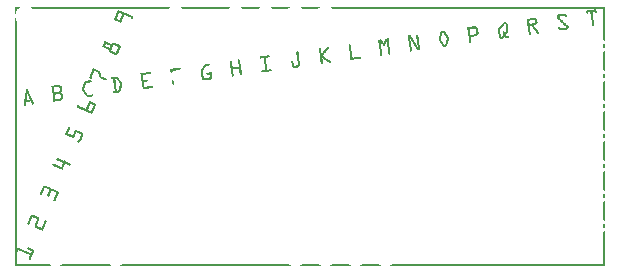
<source format=gto>
G04 MADE WITH FRITZING*
G04 WWW.FRITZING.ORG*
G04 DOUBLE SIDED*
G04 HOLES PLATED*
G04 CONTOUR ON CENTER OF CONTOUR VECTOR*
%ASAXBY*%
%FSLAX23Y23*%
%MOIN*%
%OFA0B0*%
%SFA1.0B1.0*%
%ADD10R,0.001000X0.001000*%
%LNSILK1*%
G90*
G70*
G54D10*
X0Y866D02*
X21Y866D01*
X50Y866D02*
X521Y866D01*
X550Y866D02*
X721Y866D01*
X750Y866D02*
X821Y866D01*
X850Y866D02*
X921Y866D01*
X950Y866D02*
X1021Y866D01*
X1050Y866D02*
X1967Y866D01*
X0Y865D02*
X19Y865D01*
X52Y865D02*
X519Y865D01*
X552Y865D02*
X719Y865D01*
X752Y865D02*
X819Y865D01*
X852Y865D02*
X919Y865D01*
X952Y865D02*
X1019Y865D01*
X1052Y865D02*
X1967Y865D01*
X0Y864D02*
X17Y864D01*
X54Y864D02*
X517Y864D01*
X554Y864D02*
X717Y864D01*
X754Y864D02*
X817Y864D01*
X854Y864D02*
X917Y864D01*
X954Y864D02*
X1017Y864D01*
X1054Y864D02*
X1967Y864D01*
X0Y863D02*
X16Y863D01*
X55Y863D02*
X515Y863D01*
X555Y863D02*
X715Y863D01*
X755Y863D02*
X815Y863D01*
X855Y863D02*
X915Y863D01*
X955Y863D02*
X1015Y863D01*
X1055Y863D02*
X1967Y863D01*
X0Y862D02*
X14Y862D01*
X57Y862D02*
X514Y862D01*
X557Y862D02*
X714Y862D01*
X757Y862D02*
X814Y862D01*
X857Y862D02*
X914Y862D01*
X957Y862D02*
X1014Y862D01*
X1057Y862D02*
X1967Y862D01*
X0Y861D02*
X13Y861D01*
X58Y861D02*
X513Y861D01*
X558Y861D02*
X713Y861D01*
X758Y861D02*
X813Y861D01*
X858Y861D02*
X913Y861D01*
X958Y861D02*
X1013Y861D01*
X1058Y861D02*
X1967Y861D01*
X0Y860D02*
X12Y860D01*
X59Y860D02*
X512Y860D01*
X559Y860D02*
X712Y860D01*
X759Y860D02*
X812Y860D01*
X859Y860D02*
X911Y860D01*
X959Y860D02*
X1011Y860D01*
X1059Y860D02*
X1967Y860D01*
X0Y859D02*
X11Y859D01*
X60Y859D02*
X510Y859D01*
X560Y859D02*
X710Y859D01*
X760Y859D02*
X810Y859D01*
X860Y859D02*
X910Y859D01*
X960Y859D02*
X1010Y859D01*
X1060Y859D02*
X1967Y859D01*
X0Y858D02*
X7Y858D01*
X1960Y858D02*
X1967Y858D01*
X0Y857D02*
X7Y857D01*
X1930Y857D02*
X1938Y857D01*
X1960Y857D02*
X1967Y857D01*
X0Y856D02*
X7Y856D01*
X1923Y856D02*
X1938Y856D01*
X1960Y856D02*
X1967Y856D01*
X0Y855D02*
X7Y855D01*
X1916Y855D02*
X1938Y855D01*
X1960Y855D02*
X1967Y855D01*
X0Y854D02*
X7Y854D01*
X343Y854D02*
X348Y854D01*
X1909Y854D02*
X1938Y854D01*
X1960Y854D02*
X1967Y854D01*
X0Y853D02*
X6Y853D01*
X343Y853D02*
X350Y853D01*
X1904Y853D02*
X1938Y853D01*
X1960Y853D02*
X1967Y853D01*
X0Y852D02*
X5Y852D01*
X342Y852D02*
X353Y852D01*
X1904Y852D02*
X1938Y852D01*
X1960Y852D02*
X1967Y852D01*
X0Y851D02*
X5Y851D01*
X342Y851D02*
X355Y851D01*
X1905Y851D02*
X1939Y851D01*
X1960Y851D02*
X1967Y851D01*
X0Y850D02*
X4Y850D01*
X341Y850D02*
X357Y850D01*
X1905Y850D02*
X1930Y850D01*
X1932Y850D02*
X1939Y850D01*
X1960Y850D02*
X1967Y850D01*
X0Y849D02*
X4Y849D01*
X341Y849D02*
X360Y849D01*
X1905Y849D02*
X1925Y849D01*
X1933Y849D02*
X1939Y849D01*
X1960Y849D02*
X1967Y849D01*
X0Y848D02*
X3Y848D01*
X340Y848D02*
X362Y848D01*
X1905Y848D02*
X1916Y848D01*
X1919Y848D02*
X1925Y848D01*
X1933Y848D02*
X1939Y848D01*
X1960Y848D02*
X1967Y848D01*
X0Y847D02*
X3Y847D01*
X340Y847D02*
X364Y847D01*
X1905Y847D02*
X1911Y847D01*
X1919Y847D02*
X1925Y847D01*
X1933Y847D02*
X1939Y847D01*
X1960Y847D02*
X1967Y847D01*
X0Y846D02*
X3Y846D01*
X340Y846D02*
X347Y846D01*
X349Y846D02*
X367Y846D01*
X1905Y846D02*
X1911Y846D01*
X1919Y846D02*
X1925Y846D01*
X1934Y846D02*
X1938Y846D01*
X1960Y846D02*
X1967Y846D01*
X0Y845D02*
X2Y845D01*
X339Y845D02*
X346Y845D01*
X351Y845D02*
X369Y845D01*
X1905Y845D02*
X1912Y845D01*
X1919Y845D02*
X1925Y845D01*
X1935Y845D02*
X1936Y845D01*
X1960Y845D02*
X1967Y845D01*
X0Y844D02*
X2Y844D01*
X339Y844D02*
X346Y844D01*
X354Y844D02*
X372Y844D01*
X1906Y844D02*
X1911Y844D01*
X1919Y844D02*
X1926Y844D01*
X1960Y844D02*
X1967Y844D01*
X0Y843D02*
X2Y843D01*
X338Y843D02*
X345Y843D01*
X356Y843D02*
X374Y843D01*
X1906Y843D02*
X1911Y843D01*
X1920Y843D02*
X1926Y843D01*
X1960Y843D02*
X1967Y843D01*
X0Y842D02*
X1Y842D01*
X338Y842D02*
X345Y842D01*
X358Y842D02*
X376Y842D01*
X1824Y842D02*
X1835Y842D01*
X1907Y842D02*
X1910Y842D01*
X1920Y842D02*
X1926Y842D01*
X1960Y842D02*
X1967Y842D01*
X0Y841D02*
X1Y841D01*
X337Y841D02*
X345Y841D01*
X358Y841D02*
X379Y841D01*
X1817Y841D02*
X1836Y841D01*
X1920Y841D02*
X1926Y841D01*
X1960Y841D02*
X1967Y841D01*
X0Y840D02*
X1Y840D01*
X337Y840D02*
X344Y840D01*
X357Y840D02*
X381Y840D01*
X1811Y840D02*
X1837Y840D01*
X1920Y840D02*
X1926Y840D01*
X1960Y840D02*
X1967Y840D01*
X0Y839D02*
X1Y839D01*
X337Y839D02*
X344Y839D01*
X357Y839D02*
X383Y839D01*
X1809Y839D02*
X1838Y839D01*
X1920Y839D02*
X1926Y839D01*
X1960Y839D02*
X1967Y839D01*
X0Y838D02*
X1Y838D01*
X336Y838D02*
X343Y838D01*
X357Y838D02*
X364Y838D01*
X368Y838D02*
X386Y838D01*
X1808Y838D02*
X1839Y838D01*
X1920Y838D02*
X1926Y838D01*
X1960Y838D02*
X1967Y838D01*
X0Y837D02*
X1Y837D01*
X336Y837D02*
X343Y837D01*
X356Y837D02*
X363Y837D01*
X370Y837D02*
X388Y837D01*
X1808Y837D02*
X1839Y837D01*
X1920Y837D02*
X1927Y837D01*
X1960Y837D02*
X1967Y837D01*
X0Y836D02*
X1Y836D01*
X335Y836D02*
X342Y836D01*
X356Y836D02*
X363Y836D01*
X372Y836D02*
X390Y836D01*
X1807Y836D02*
X1840Y836D01*
X1921Y836D02*
X1927Y836D01*
X1960Y836D02*
X1967Y836D01*
X0Y835D02*
X1Y835D01*
X335Y835D02*
X342Y835D01*
X355Y835D02*
X362Y835D01*
X375Y835D02*
X393Y835D01*
X1807Y835D02*
X1823Y835D01*
X1833Y835D02*
X1840Y835D01*
X1921Y835D02*
X1927Y835D01*
X1960Y835D02*
X1967Y835D01*
X0Y834D02*
X1Y834D01*
X334Y834D02*
X342Y834D01*
X355Y834D02*
X362Y834D01*
X377Y834D02*
X394Y834D01*
X1806Y834D02*
X1816Y834D01*
X1834Y834D02*
X1840Y834D01*
X1921Y834D02*
X1927Y834D01*
X1960Y834D02*
X1967Y834D01*
X0Y833D02*
X1Y833D01*
X334Y833D02*
X341Y833D01*
X354Y833D02*
X361Y833D01*
X379Y833D02*
X394Y833D01*
X1806Y833D02*
X1812Y833D01*
X1834Y833D02*
X1839Y833D01*
X1921Y833D02*
X1927Y833D01*
X1960Y833D02*
X1967Y833D01*
X0Y832D02*
X1Y832D01*
X334Y832D02*
X341Y832D01*
X354Y832D02*
X361Y832D01*
X382Y832D02*
X394Y832D01*
X1806Y832D02*
X1813Y832D01*
X1835Y832D02*
X1839Y832D01*
X1921Y832D02*
X1927Y832D01*
X1960Y832D02*
X1967Y832D01*
X0Y831D02*
X1Y831D01*
X333Y831D02*
X340Y831D01*
X354Y831D02*
X361Y831D01*
X384Y831D02*
X394Y831D01*
X1807Y831D02*
X1814Y831D01*
X1837Y831D02*
X1837Y831D01*
X1921Y831D02*
X1927Y831D01*
X1960Y831D02*
X1967Y831D01*
X0Y830D02*
X1Y830D01*
X333Y830D02*
X340Y830D01*
X353Y830D02*
X360Y830D01*
X386Y830D02*
X394Y830D01*
X1807Y830D02*
X1815Y830D01*
X1921Y830D02*
X1928Y830D01*
X1960Y830D02*
X1967Y830D01*
X0Y829D02*
X1Y829D01*
X332Y829D02*
X339Y829D01*
X353Y829D02*
X360Y829D01*
X387Y829D02*
X394Y829D01*
X1807Y829D02*
X1816Y829D01*
X1922Y829D02*
X1928Y829D01*
X1960Y829D02*
X1967Y829D01*
X0Y828D02*
X1Y828D01*
X332Y828D02*
X339Y828D01*
X352Y828D02*
X359Y828D01*
X387Y828D02*
X393Y828D01*
X1724Y828D02*
X1735Y828D01*
X1808Y828D02*
X1817Y828D01*
X1922Y828D02*
X1928Y828D01*
X1960Y828D02*
X1967Y828D01*
X0Y827D02*
X2Y827D01*
X332Y827D02*
X339Y827D01*
X352Y827D02*
X359Y827D01*
X387Y827D02*
X393Y827D01*
X1717Y827D02*
X1736Y827D01*
X1809Y827D02*
X1818Y827D01*
X1922Y827D02*
X1928Y827D01*
X1960Y827D02*
X1967Y827D01*
X0Y826D02*
X2Y826D01*
X331Y826D02*
X339Y826D01*
X351Y826D02*
X359Y826D01*
X388Y826D02*
X392Y826D01*
X1710Y826D02*
X1738Y826D01*
X1810Y826D02*
X1819Y826D01*
X1922Y826D02*
X1928Y826D01*
X1960Y826D02*
X1967Y826D01*
X0Y825D02*
X2Y825D01*
X331Y825D02*
X342Y825D01*
X351Y825D02*
X358Y825D01*
X389Y825D02*
X391Y825D01*
X1706Y825D02*
X1739Y825D01*
X1811Y825D02*
X1820Y825D01*
X1922Y825D02*
X1928Y825D01*
X1960Y825D02*
X1967Y825D01*
X0Y824D02*
X2Y824D01*
X331Y824D02*
X344Y824D01*
X351Y824D02*
X358Y824D01*
X1706Y824D02*
X1739Y824D01*
X1812Y824D02*
X1821Y824D01*
X1922Y824D02*
X1928Y824D01*
X1960Y824D02*
X1967Y824D01*
X0Y823D02*
X3Y823D01*
X331Y823D02*
X346Y823D01*
X350Y823D02*
X357Y823D01*
X1707Y823D02*
X1740Y823D01*
X1813Y823D02*
X1822Y823D01*
X1922Y823D02*
X1928Y823D01*
X1960Y823D02*
X1967Y823D01*
X0Y822D02*
X3Y822D01*
X332Y822D02*
X357Y822D01*
X1707Y822D02*
X1740Y822D01*
X1814Y822D02*
X1823Y822D01*
X1923Y822D02*
X1929Y822D01*
X1960Y822D02*
X1967Y822D01*
X0Y821D02*
X4Y821D01*
X333Y821D02*
X356Y821D01*
X1707Y821D02*
X1724Y821D01*
X1734Y821D02*
X1741Y821D01*
X1815Y821D02*
X1824Y821D01*
X1923Y821D02*
X1929Y821D01*
X1960Y821D02*
X1967Y821D01*
X0Y820D02*
X4Y820D01*
X335Y820D02*
X356Y820D01*
X1707Y820D02*
X1717Y820D01*
X1735Y820D02*
X1741Y820D01*
X1816Y820D02*
X1825Y820D01*
X1923Y820D02*
X1929Y820D01*
X1960Y820D02*
X1967Y820D01*
X0Y819D02*
X4Y819D01*
X338Y819D02*
X356Y819D01*
X1707Y819D02*
X1713Y819D01*
X1735Y819D02*
X1741Y819D01*
X1817Y819D02*
X1826Y819D01*
X1923Y819D02*
X1929Y819D01*
X1960Y819D02*
X1967Y819D01*
X0Y818D02*
X5Y818D01*
X340Y818D02*
X355Y818D01*
X1707Y818D02*
X1713Y818D01*
X1735Y818D02*
X1741Y818D01*
X1818Y818D02*
X1827Y818D01*
X1923Y818D02*
X1929Y818D01*
X1960Y818D02*
X1967Y818D01*
X0Y817D02*
X6Y817D01*
X343Y817D02*
X355Y817D01*
X1707Y817D02*
X1714Y817D01*
X1735Y817D02*
X1741Y817D01*
X1819Y817D02*
X1828Y817D01*
X1923Y817D02*
X1929Y817D01*
X1960Y817D02*
X1967Y817D01*
X0Y816D02*
X6Y816D01*
X345Y816D02*
X354Y816D01*
X1708Y816D02*
X1714Y816D01*
X1735Y816D02*
X1741Y816D01*
X1820Y816D02*
X1829Y816D01*
X1923Y816D02*
X1929Y816D01*
X1960Y816D02*
X1967Y816D01*
X0Y815D02*
X7Y815D01*
X347Y815D02*
X354Y815D01*
X1632Y815D02*
X1635Y815D01*
X1708Y815D02*
X1714Y815D01*
X1735Y815D02*
X1742Y815D01*
X1821Y815D02*
X1830Y815D01*
X1924Y815D02*
X1930Y815D01*
X1960Y815D02*
X1967Y815D01*
X0Y814D02*
X7Y814D01*
X350Y814D02*
X353Y814D01*
X1630Y814D02*
X1637Y814D01*
X1708Y814D02*
X1714Y814D01*
X1735Y814D02*
X1742Y814D01*
X1822Y814D02*
X1831Y814D01*
X1924Y814D02*
X1930Y814D01*
X1960Y814D02*
X1967Y814D01*
X0Y813D02*
X7Y813D01*
X1628Y813D02*
X1639Y813D01*
X1708Y813D02*
X1714Y813D01*
X1735Y813D02*
X1741Y813D01*
X1823Y813D02*
X1832Y813D01*
X1924Y813D02*
X1930Y813D01*
X1960Y813D02*
X1967Y813D01*
X0Y812D02*
X7Y812D01*
X1627Y812D02*
X1640Y812D01*
X1708Y812D02*
X1714Y812D01*
X1734Y812D02*
X1741Y812D01*
X1824Y812D02*
X1833Y812D01*
X1924Y812D02*
X1930Y812D01*
X1960Y812D02*
X1967Y812D01*
X0Y811D02*
X7Y811D01*
X1627Y811D02*
X1641Y811D01*
X1708Y811D02*
X1714Y811D01*
X1730Y811D02*
X1741Y811D01*
X1825Y811D02*
X1834Y811D01*
X1924Y811D02*
X1930Y811D01*
X1960Y811D02*
X1967Y811D01*
X0Y810D02*
X7Y810D01*
X1626Y810D02*
X1641Y810D01*
X1708Y810D02*
X1715Y810D01*
X1723Y810D02*
X1740Y810D01*
X1826Y810D02*
X1835Y810D01*
X1924Y810D02*
X1930Y810D01*
X1960Y810D02*
X1967Y810D01*
X0Y809D02*
X7Y809D01*
X1625Y809D02*
X1641Y809D01*
X1709Y809D02*
X1740Y809D01*
X1827Y809D02*
X1836Y809D01*
X1924Y809D02*
X1930Y809D01*
X1960Y809D02*
X1967Y809D01*
X0Y808D02*
X7Y808D01*
X1624Y808D02*
X1632Y808D01*
X1635Y808D02*
X1642Y808D01*
X1709Y808D02*
X1739Y808D01*
X1828Y808D02*
X1837Y808D01*
X1925Y808D02*
X1931Y808D01*
X1960Y808D02*
X1967Y808D01*
X0Y807D02*
X7Y807D01*
X1623Y807D02*
X1631Y807D01*
X1636Y807D02*
X1642Y807D01*
X1709Y807D02*
X1738Y807D01*
X1829Y807D02*
X1838Y807D01*
X1925Y807D02*
X1931Y807D01*
X1960Y807D02*
X1967Y807D01*
X0Y806D02*
X7Y806D01*
X1622Y806D02*
X1631Y806D01*
X1636Y806D02*
X1642Y806D01*
X1709Y806D02*
X1737Y806D01*
X1830Y806D02*
X1839Y806D01*
X1925Y806D02*
X1931Y806D01*
X1960Y806D02*
X1967Y806D01*
X0Y805D02*
X7Y805D01*
X1621Y805D02*
X1630Y805D01*
X1636Y805D02*
X1642Y805D01*
X1709Y805D02*
X1735Y805D01*
X1831Y805D02*
X1840Y805D01*
X1925Y805D02*
X1931Y805D01*
X1960Y805D02*
X1967Y805D01*
X0Y804D02*
X7Y804D01*
X1620Y804D02*
X1629Y804D01*
X1636Y804D02*
X1642Y804D01*
X1709Y804D02*
X1730Y804D01*
X1832Y804D02*
X1842Y804D01*
X1925Y804D02*
X1930Y804D01*
X1960Y804D02*
X1967Y804D01*
X0Y803D02*
X7Y803D01*
X1619Y803D02*
X1628Y803D01*
X1636Y803D02*
X1642Y803D01*
X1709Y803D02*
X1729Y803D01*
X1833Y803D02*
X1843Y803D01*
X1926Y803D02*
X1930Y803D01*
X1960Y803D02*
X1967Y803D01*
X0Y802D02*
X7Y802D01*
X1619Y802D02*
X1627Y802D01*
X1636Y802D02*
X1642Y802D01*
X1710Y802D02*
X1716Y802D01*
X1722Y802D02*
X1730Y802D01*
X1834Y802D02*
X1843Y802D01*
X1960Y802D02*
X1967Y802D01*
X0Y801D02*
X7Y801D01*
X1532Y801D02*
X1534Y801D01*
X1618Y801D02*
X1626Y801D01*
X1637Y801D02*
X1643Y801D01*
X1710Y801D02*
X1716Y801D01*
X1723Y801D02*
X1731Y801D01*
X1835Y801D02*
X1844Y801D01*
X1960Y801D02*
X1967Y801D01*
X0Y800D02*
X7Y800D01*
X1525Y800D02*
X1537Y800D01*
X1617Y800D02*
X1625Y800D01*
X1637Y800D02*
X1643Y800D01*
X1710Y800D02*
X1716Y800D01*
X1723Y800D02*
X1731Y800D01*
X1836Y800D02*
X1845Y800D01*
X1960Y800D02*
X1967Y800D01*
X0Y799D02*
X7Y799D01*
X1518Y799D02*
X1539Y799D01*
X1616Y799D02*
X1624Y799D01*
X1637Y799D02*
X1643Y799D01*
X1710Y799D02*
X1716Y799D01*
X1724Y799D02*
X1732Y799D01*
X1837Y799D02*
X1845Y799D01*
X1960Y799D02*
X1967Y799D01*
X0Y798D02*
X7Y798D01*
X1511Y798D02*
X1540Y798D01*
X1615Y798D02*
X1623Y798D01*
X1637Y798D02*
X1643Y798D01*
X1710Y798D02*
X1716Y798D01*
X1725Y798D02*
X1733Y798D01*
X1813Y798D02*
X1816Y798D01*
X1838Y798D02*
X1845Y798D01*
X1960Y798D02*
X1967Y798D01*
X0Y797D02*
X7Y797D01*
X1508Y797D02*
X1541Y797D01*
X1614Y797D02*
X1622Y797D01*
X1637Y797D02*
X1643Y797D01*
X1710Y797D02*
X1716Y797D01*
X1726Y797D02*
X1734Y797D01*
X1812Y797D02*
X1817Y797D01*
X1839Y797D02*
X1845Y797D01*
X1960Y797D02*
X1967Y797D01*
X0Y796D02*
X7Y796D01*
X1508Y796D02*
X1542Y796D01*
X1613Y796D02*
X1622Y796D01*
X1637Y796D02*
X1643Y796D01*
X1710Y796D02*
X1716Y796D01*
X1727Y796D02*
X1735Y796D01*
X1812Y796D02*
X1817Y796D01*
X1835Y796D02*
X1845Y796D01*
X1960Y796D02*
X1967Y796D01*
X0Y795D02*
X7Y795D01*
X1509Y795D02*
X1542Y795D01*
X1613Y795D02*
X1621Y795D01*
X1637Y795D02*
X1643Y795D01*
X1711Y795D02*
X1717Y795D01*
X1727Y795D02*
X1735Y795D01*
X1812Y795D02*
X1818Y795D01*
X1828Y795D02*
X1845Y795D01*
X1960Y795D02*
X1967Y795D01*
X0Y794D02*
X7Y794D01*
X1509Y794D02*
X1532Y794D01*
X1534Y794D02*
X1542Y794D01*
X1612Y794D02*
X1620Y794D01*
X1638Y794D02*
X1644Y794D01*
X1711Y794D02*
X1717Y794D01*
X1728Y794D02*
X1736Y794D01*
X1812Y794D02*
X1844Y794D01*
X1960Y794D02*
X1967Y794D01*
X0Y793D02*
X7Y793D01*
X1509Y793D02*
X1525Y793D01*
X1536Y793D02*
X1543Y793D01*
X1612Y793D02*
X1619Y793D01*
X1638Y793D02*
X1644Y793D01*
X1711Y793D02*
X1717Y793D01*
X1729Y793D02*
X1737Y793D01*
X1812Y793D02*
X1844Y793D01*
X1960Y793D02*
X1967Y793D01*
X0Y792D02*
X7Y792D01*
X1509Y792D02*
X1517Y792D01*
X1537Y792D02*
X1543Y792D01*
X1611Y792D02*
X1618Y792D01*
X1638Y792D02*
X1644Y792D01*
X1711Y792D02*
X1717Y792D01*
X1730Y792D02*
X1738Y792D01*
X1812Y792D02*
X1843Y792D01*
X1960Y792D02*
X1967Y792D01*
X0Y791D02*
X7Y791D01*
X1509Y791D02*
X1515Y791D01*
X1537Y791D02*
X1543Y791D01*
X1611Y791D02*
X1617Y791D01*
X1638Y791D02*
X1644Y791D01*
X1711Y791D02*
X1717Y791D01*
X1731Y791D02*
X1739Y791D01*
X1813Y791D02*
X1842Y791D01*
X1960Y791D02*
X1967Y791D01*
X0Y790D02*
X7Y790D01*
X1509Y790D02*
X1515Y790D01*
X1537Y790D02*
X1543Y790D01*
X1611Y790D02*
X1617Y790D01*
X1638Y790D02*
X1644Y790D01*
X1711Y790D02*
X1717Y790D01*
X1731Y790D02*
X1739Y790D01*
X1814Y790D02*
X1840Y790D01*
X1960Y790D02*
X1967Y790D01*
X0Y789D02*
X7Y789D01*
X1509Y789D02*
X1516Y789D01*
X1537Y789D02*
X1543Y789D01*
X1611Y789D02*
X1617Y789D01*
X1638Y789D02*
X1644Y789D01*
X1711Y789D02*
X1717Y789D01*
X1732Y789D02*
X1740Y789D01*
X1815Y789D02*
X1835Y789D01*
X1960Y789D02*
X1967Y789D01*
X0Y788D02*
X7Y788D01*
X1510Y788D02*
X1516Y788D01*
X1537Y788D02*
X1543Y788D01*
X1611Y788D02*
X1617Y788D01*
X1638Y788D02*
X1644Y788D01*
X1712Y788D02*
X1718Y788D01*
X1733Y788D02*
X1741Y788D01*
X1817Y788D02*
X1828Y788D01*
X1960Y788D02*
X1967Y788D01*
X0Y787D02*
X7Y787D01*
X1510Y787D02*
X1516Y787D01*
X1538Y787D02*
X1544Y787D01*
X1611Y787D02*
X1617Y787D01*
X1638Y787D02*
X1644Y787D01*
X1712Y787D02*
X1718Y787D01*
X1734Y787D02*
X1742Y787D01*
X1820Y787D02*
X1820Y787D01*
X1960Y787D02*
X1967Y787D01*
X0Y786D02*
X7Y786D01*
X1426Y786D02*
X1428Y786D01*
X1510Y786D02*
X1516Y786D01*
X1538Y786D02*
X1544Y786D01*
X1611Y786D02*
X1617Y786D01*
X1638Y786D02*
X1645Y786D01*
X1712Y786D02*
X1718Y786D01*
X1735Y786D02*
X1743Y786D01*
X1960Y786D02*
X1967Y786D01*
X0Y785D02*
X7Y785D01*
X1423Y785D02*
X1431Y785D01*
X1510Y785D02*
X1516Y785D01*
X1538Y785D02*
X1544Y785D01*
X1611Y785D02*
X1617Y785D01*
X1638Y785D02*
X1644Y785D01*
X1712Y785D02*
X1718Y785D01*
X1735Y785D02*
X1743Y785D01*
X1960Y785D02*
X1967Y785D01*
X0Y784D02*
X7Y784D01*
X1422Y784D02*
X1432Y784D01*
X1510Y784D02*
X1516Y784D01*
X1538Y784D02*
X1544Y784D01*
X1611Y784D02*
X1617Y784D01*
X1627Y784D02*
X1630Y784D01*
X1638Y784D02*
X1644Y784D01*
X1712Y784D02*
X1718Y784D01*
X1736Y784D02*
X1744Y784D01*
X1960Y784D02*
X1967Y784D01*
X0Y783D02*
X7Y783D01*
X1421Y783D02*
X1433Y783D01*
X1510Y783D02*
X1516Y783D01*
X1538Y783D02*
X1544Y783D01*
X1611Y783D02*
X1617Y783D01*
X1626Y783D02*
X1631Y783D01*
X1637Y783D02*
X1644Y783D01*
X1712Y783D02*
X1718Y783D01*
X1737Y783D02*
X1745Y783D01*
X1960Y783D02*
X1967Y783D01*
X0Y782D02*
X7Y782D01*
X1420Y782D02*
X1434Y782D01*
X1510Y782D02*
X1516Y782D01*
X1538Y782D02*
X1544Y782D01*
X1611Y782D02*
X1617Y782D01*
X1626Y782D02*
X1632Y782D01*
X1637Y782D02*
X1644Y782D01*
X1712Y782D02*
X1718Y782D01*
X1738Y782D02*
X1746Y782D01*
X1960Y782D02*
X1967Y782D01*
X0Y781D02*
X7Y781D01*
X1419Y781D02*
X1435Y781D01*
X1511Y781D02*
X1517Y781D01*
X1538Y781D02*
X1544Y781D01*
X1612Y781D02*
X1618Y781D01*
X1625Y781D02*
X1632Y781D01*
X1636Y781D02*
X1643Y781D01*
X1712Y781D02*
X1719Y781D01*
X1738Y781D02*
X1746Y781D01*
X1960Y781D02*
X1967Y781D01*
X0Y780D02*
X7Y780D01*
X1419Y780D02*
X1436Y780D01*
X1511Y780D02*
X1517Y780D01*
X1539Y780D02*
X1545Y780D01*
X1612Y780D02*
X1618Y780D01*
X1626Y780D02*
X1633Y780D01*
X1635Y780D02*
X1643Y780D01*
X1713Y780D02*
X1719Y780D01*
X1739Y780D02*
X1746Y780D01*
X1960Y780D02*
X1967Y780D01*
X0Y779D02*
X7Y779D01*
X1419Y779D02*
X1426Y779D01*
X1428Y779D02*
X1436Y779D01*
X1511Y779D02*
X1517Y779D01*
X1539Y779D02*
X1545Y779D01*
X1612Y779D02*
X1618Y779D01*
X1626Y779D02*
X1642Y779D01*
X1713Y779D02*
X1719Y779D01*
X1740Y779D02*
X1746Y779D01*
X1960Y779D02*
X1967Y779D01*
X0Y778D02*
X7Y778D01*
X1418Y778D02*
X1425Y778D01*
X1429Y778D02*
X1437Y778D01*
X1511Y778D02*
X1517Y778D01*
X1539Y778D02*
X1545Y778D01*
X1612Y778D02*
X1618Y778D01*
X1627Y778D02*
X1642Y778D01*
X1713Y778D02*
X1719Y778D01*
X1741Y778D02*
X1746Y778D01*
X1960Y778D02*
X1967Y778D01*
X0Y777D02*
X7Y777D01*
X1418Y777D02*
X1424Y777D01*
X1430Y777D02*
X1438Y777D01*
X1511Y777D02*
X1517Y777D01*
X1538Y777D02*
X1545Y777D01*
X1612Y777D02*
X1618Y777D01*
X1627Y777D02*
X1641Y777D01*
X1713Y777D02*
X1719Y777D01*
X1742Y777D02*
X1745Y777D01*
X1960Y777D02*
X1967Y777D01*
X0Y776D02*
X7Y776D01*
X1418Y776D02*
X1424Y776D01*
X1431Y776D02*
X1438Y776D01*
X1511Y776D02*
X1517Y776D01*
X1538Y776D02*
X1544Y776D01*
X1612Y776D02*
X1618Y776D01*
X1628Y776D02*
X1640Y776D01*
X1713Y776D02*
X1719Y776D01*
X1960Y776D02*
X1967Y776D01*
X0Y775D02*
X7Y775D01*
X1417Y775D02*
X1424Y775D01*
X1431Y775D02*
X1439Y775D01*
X1511Y775D02*
X1517Y775D01*
X1536Y775D02*
X1544Y775D01*
X1612Y775D02*
X1618Y775D01*
X1628Y775D02*
X1639Y775D01*
X1713Y775D02*
X1719Y775D01*
X1960Y775D02*
X1967Y775D01*
X0Y774D02*
X7Y774D01*
X1341Y774D02*
X1341Y774D01*
X1417Y774D02*
X1423Y774D01*
X1432Y774D02*
X1440Y774D01*
X1512Y774D02*
X1518Y774D01*
X1531Y774D02*
X1544Y774D01*
X1613Y774D02*
X1619Y774D01*
X1629Y774D02*
X1638Y774D01*
X1714Y774D02*
X1719Y774D01*
X1960Y774D02*
X1967Y774D01*
X0Y773D02*
X7Y773D01*
X1339Y773D02*
X1343Y773D01*
X1417Y773D02*
X1423Y773D01*
X1433Y773D02*
X1440Y773D01*
X1512Y773D02*
X1518Y773D01*
X1523Y773D02*
X1543Y773D01*
X1613Y773D02*
X1619Y773D01*
X1629Y773D02*
X1637Y773D01*
X1715Y773D02*
X1718Y773D01*
X1960Y773D02*
X1967Y773D01*
X0Y772D02*
X7Y772D01*
X1338Y772D02*
X1344Y772D01*
X1416Y772D02*
X1423Y772D01*
X1434Y772D02*
X1441Y772D01*
X1512Y772D02*
X1543Y772D01*
X1613Y772D02*
X1619Y772D01*
X1628Y772D02*
X1637Y772D01*
X1960Y772D02*
X1967Y772D01*
X0Y771D02*
X7Y771D01*
X1338Y771D02*
X1344Y771D01*
X1416Y771D02*
X1422Y771D01*
X1434Y771D02*
X1442Y771D01*
X1512Y771D02*
X1542Y771D01*
X1613Y771D02*
X1619Y771D01*
X1627Y771D02*
X1638Y771D01*
X1960Y771D02*
X1967Y771D01*
X0Y770D02*
X7Y770D01*
X1311Y770D02*
X1319Y770D01*
X1338Y770D02*
X1344Y770D01*
X1416Y770D02*
X1422Y770D01*
X1435Y770D02*
X1442Y770D01*
X1512Y770D02*
X1541Y770D01*
X1613Y770D02*
X1619Y770D01*
X1626Y770D02*
X1638Y770D01*
X1960Y770D02*
X1967Y770D01*
X0Y769D02*
X7Y769D01*
X1310Y769D02*
X1320Y769D01*
X1338Y769D02*
X1344Y769D01*
X1415Y769D02*
X1422Y769D01*
X1436Y769D02*
X1443Y769D01*
X1512Y769D02*
X1539Y769D01*
X1613Y769D02*
X1619Y769D01*
X1625Y769D02*
X1639Y769D01*
X1643Y769D02*
X1645Y769D01*
X1960Y769D02*
X1967Y769D01*
X0Y768D02*
X7Y768D01*
X1310Y768D02*
X1320Y768D01*
X1338Y768D02*
X1344Y768D01*
X1415Y768D02*
X1421Y768D01*
X1436Y768D02*
X1444Y768D01*
X1512Y768D02*
X1537Y768D01*
X1613Y768D02*
X1619Y768D01*
X1624Y768D02*
X1647Y768D01*
X1960Y768D02*
X1967Y768D01*
X0Y767D02*
X7Y767D01*
X1311Y767D02*
X1321Y767D01*
X1338Y767D02*
X1344Y767D01*
X1415Y767D02*
X1421Y767D01*
X1437Y767D02*
X1444Y767D01*
X1513Y767D02*
X1530Y767D01*
X1613Y767D02*
X1620Y767D01*
X1624Y767D02*
X1647Y767D01*
X1960Y767D02*
X1967Y767D01*
X0Y766D02*
X7Y766D01*
X1311Y766D02*
X1321Y766D01*
X1339Y766D02*
X1345Y766D01*
X1414Y766D02*
X1421Y766D01*
X1438Y766D02*
X1445Y766D01*
X1513Y766D02*
X1523Y766D01*
X1614Y766D02*
X1631Y766D01*
X1633Y766D02*
X1647Y766D01*
X1960Y766D02*
X1967Y766D01*
X0Y765D02*
X7Y765D01*
X1311Y765D02*
X1322Y765D01*
X1339Y765D02*
X1345Y765D01*
X1414Y765D02*
X1420Y765D01*
X1438Y765D02*
X1445Y765D01*
X1513Y765D02*
X1519Y765D01*
X1614Y765D02*
X1630Y765D01*
X1634Y765D02*
X1647Y765D01*
X1960Y765D02*
X1967Y765D01*
X0Y764D02*
X7Y764D01*
X1311Y764D02*
X1323Y764D01*
X1339Y764D02*
X1345Y764D01*
X1414Y764D02*
X1420Y764D01*
X1439Y764D02*
X1446Y764D01*
X1513Y764D02*
X1519Y764D01*
X1614Y764D02*
X1629Y764D01*
X1635Y764D02*
X1647Y764D01*
X1960Y764D02*
X1967Y764D01*
X0Y763D02*
X7Y763D01*
X1311Y763D02*
X1323Y763D01*
X1339Y763D02*
X1345Y763D01*
X1413Y763D02*
X1420Y763D01*
X1440Y763D02*
X1446Y763D01*
X1513Y763D02*
X1519Y763D01*
X1615Y763D02*
X1628Y763D01*
X1635Y763D02*
X1646Y763D01*
X1960Y763D02*
X1967Y763D01*
X0Y762D02*
X7Y762D01*
X1311Y762D02*
X1324Y762D01*
X1339Y762D02*
X1345Y762D01*
X1413Y762D02*
X1419Y762D01*
X1440Y762D02*
X1446Y762D01*
X1513Y762D02*
X1519Y762D01*
X1616Y762D02*
X1627Y762D01*
X1636Y762D02*
X1643Y762D01*
X1960Y762D02*
X1967Y762D01*
X0Y761D02*
X7Y761D01*
X1311Y761D02*
X1325Y761D01*
X1339Y761D02*
X1345Y761D01*
X1413Y761D02*
X1419Y761D01*
X1440Y761D02*
X1446Y761D01*
X1513Y761D02*
X1519Y761D01*
X1617Y761D02*
X1626Y761D01*
X1960Y761D02*
X1967Y761D01*
X0Y760D02*
X7Y760D01*
X1240Y760D02*
X1245Y760D01*
X1312Y760D02*
X1325Y760D01*
X1339Y760D02*
X1345Y760D01*
X1413Y760D02*
X1419Y760D01*
X1440Y760D02*
X1446Y760D01*
X1513Y760D02*
X1520Y760D01*
X1618Y760D02*
X1625Y760D01*
X1960Y760D02*
X1967Y760D01*
X0Y759D02*
X7Y759D01*
X1236Y759D02*
X1245Y759D01*
X1312Y759D02*
X1326Y759D01*
X1340Y759D02*
X1346Y759D01*
X1413Y759D02*
X1419Y759D01*
X1440Y759D02*
X1446Y759D01*
X1514Y759D02*
X1520Y759D01*
X1960Y759D02*
X1967Y759D01*
X0Y758D02*
X7Y758D01*
X1236Y758D02*
X1245Y758D01*
X1312Y758D02*
X1326Y758D01*
X1340Y758D02*
X1346Y758D01*
X1413Y758D02*
X1419Y758D01*
X1440Y758D02*
X1446Y758D01*
X1514Y758D02*
X1520Y758D01*
X1961Y758D02*
X1967Y758D01*
X0Y757D02*
X7Y757D01*
X1219Y757D02*
X1219Y757D01*
X1235Y757D02*
X1245Y757D01*
X1312Y757D02*
X1318Y757D01*
X1320Y757D02*
X1327Y757D01*
X1340Y757D02*
X1346Y757D01*
X1413Y757D02*
X1419Y757D01*
X1440Y757D02*
X1446Y757D01*
X1514Y757D02*
X1520Y757D01*
X1962Y757D02*
X1967Y757D01*
X0Y756D02*
X7Y756D01*
X1212Y756D02*
X1220Y756D01*
X1235Y756D02*
X1245Y756D01*
X1312Y756D02*
X1318Y756D01*
X1320Y756D02*
X1328Y756D01*
X1340Y756D02*
X1346Y756D01*
X1413Y756D02*
X1419Y756D01*
X1440Y756D02*
X1446Y756D01*
X1514Y756D02*
X1520Y756D01*
X1963Y756D02*
X1967Y756D01*
X0Y755D02*
X7Y755D01*
X1211Y755D02*
X1221Y755D01*
X1234Y755D02*
X1245Y755D01*
X1312Y755D02*
X1318Y755D01*
X1321Y755D02*
X1328Y755D01*
X1340Y755D02*
X1346Y755D01*
X1413Y755D02*
X1420Y755D01*
X1439Y755D02*
X1446Y755D01*
X1514Y755D02*
X1520Y755D01*
X1963Y755D02*
X1967Y755D01*
X0Y754D02*
X7Y754D01*
X1211Y754D02*
X1222Y754D01*
X1234Y754D02*
X1245Y754D01*
X1312Y754D02*
X1318Y754D01*
X1322Y754D02*
X1329Y754D01*
X1340Y754D02*
X1346Y754D01*
X1414Y754D02*
X1420Y754D01*
X1439Y754D02*
X1445Y754D01*
X1514Y754D02*
X1520Y754D01*
X1964Y754D02*
X1967Y754D01*
X0Y753D02*
X7Y753D01*
X1212Y753D02*
X1223Y753D01*
X1233Y753D02*
X1245Y753D01*
X1313Y753D02*
X1319Y753D01*
X1322Y753D02*
X1329Y753D01*
X1340Y753D02*
X1346Y753D01*
X1414Y753D02*
X1421Y753D01*
X1439Y753D02*
X1445Y753D01*
X1514Y753D02*
X1521Y753D01*
X1965Y753D02*
X1967Y753D01*
X0Y752D02*
X7Y752D01*
X1212Y752D02*
X1224Y752D01*
X1233Y752D02*
X1246Y752D01*
X1313Y752D02*
X1319Y752D01*
X1323Y752D02*
X1330Y752D01*
X1341Y752D02*
X1347Y752D01*
X1415Y752D02*
X1422Y752D01*
X1438Y752D02*
X1445Y752D01*
X1515Y752D02*
X1521Y752D01*
X1965Y752D02*
X1967Y752D01*
X0Y751D02*
X7Y751D01*
X1212Y751D02*
X1225Y751D01*
X1232Y751D02*
X1246Y751D01*
X1313Y751D02*
X1319Y751D01*
X1323Y751D02*
X1331Y751D01*
X1341Y751D02*
X1347Y751D01*
X1415Y751D02*
X1422Y751D01*
X1438Y751D02*
X1444Y751D01*
X1515Y751D02*
X1521Y751D01*
X1966Y751D02*
X1967Y751D01*
X0Y750D02*
X7Y750D01*
X299Y750D02*
X303Y750D01*
X1212Y750D02*
X1225Y750D01*
X1232Y750D02*
X1246Y750D01*
X1313Y750D02*
X1319Y750D01*
X1324Y750D02*
X1331Y750D01*
X1341Y750D02*
X1347Y750D01*
X1416Y750D02*
X1423Y750D01*
X1438Y750D02*
X1444Y750D01*
X1515Y750D02*
X1521Y750D01*
X1966Y750D02*
X1967Y750D01*
X0Y749D02*
X7Y749D01*
X298Y749D02*
X306Y749D01*
X1212Y749D02*
X1226Y749D01*
X1231Y749D02*
X1238Y749D01*
X1240Y749D02*
X1246Y749D01*
X1313Y749D02*
X1319Y749D01*
X1325Y749D02*
X1332Y749D01*
X1341Y749D02*
X1347Y749D01*
X1416Y749D02*
X1424Y749D01*
X1437Y749D02*
X1444Y749D01*
X1515Y749D02*
X1521Y749D01*
X1967Y749D02*
X1967Y749D01*
X0Y748D02*
X7Y748D01*
X298Y748D02*
X308Y748D01*
X1212Y748D02*
X1227Y748D01*
X1231Y748D02*
X1238Y748D01*
X1240Y748D02*
X1246Y748D01*
X1313Y748D02*
X1319Y748D01*
X1325Y748D02*
X1333Y748D01*
X1341Y748D02*
X1347Y748D01*
X1417Y748D02*
X1425Y748D01*
X1437Y748D02*
X1443Y748D01*
X1515Y748D02*
X1521Y748D01*
X1967Y748D02*
X1967Y748D01*
X0Y747D02*
X7Y747D01*
X298Y747D02*
X311Y747D01*
X1212Y747D02*
X1228Y747D01*
X1230Y747D02*
X1237Y747D01*
X1240Y747D02*
X1246Y747D01*
X1313Y747D02*
X1319Y747D01*
X1326Y747D02*
X1333Y747D01*
X1341Y747D02*
X1347Y747D01*
X1418Y747D02*
X1425Y747D01*
X1437Y747D02*
X1443Y747D01*
X1515Y747D02*
X1521Y747D01*
X0Y746D02*
X7Y746D01*
X297Y746D02*
X313Y746D01*
X326Y746D02*
X332Y746D01*
X1213Y746D02*
X1219Y746D01*
X1221Y746D02*
X1237Y746D01*
X1240Y746D02*
X1246Y746D01*
X1314Y746D02*
X1320Y746D01*
X1327Y746D02*
X1334Y746D01*
X1341Y746D02*
X1347Y746D01*
X1418Y746D02*
X1426Y746D01*
X1436Y746D02*
X1443Y746D01*
X1516Y746D02*
X1521Y746D01*
X0Y745D02*
X7Y745D01*
X297Y745D02*
X315Y745D01*
X325Y745D02*
X334Y745D01*
X1213Y745D02*
X1219Y745D01*
X1221Y745D02*
X1236Y745D01*
X1241Y745D02*
X1247Y745D01*
X1314Y745D02*
X1320Y745D01*
X1327Y745D02*
X1334Y745D01*
X1341Y745D02*
X1348Y745D01*
X1419Y745D02*
X1427Y745D01*
X1436Y745D02*
X1442Y745D01*
X1517Y745D02*
X1519Y745D01*
X0Y744D02*
X7Y744D01*
X296Y744D02*
X318Y744D01*
X324Y744D02*
X337Y744D01*
X1213Y744D02*
X1219Y744D01*
X1222Y744D02*
X1236Y744D01*
X1241Y744D02*
X1247Y744D01*
X1314Y744D02*
X1320Y744D01*
X1328Y744D02*
X1335Y744D01*
X1342Y744D02*
X1348Y744D01*
X1420Y744D02*
X1427Y744D01*
X1436Y744D02*
X1442Y744D01*
X0Y743D02*
X7Y743D01*
X296Y743D02*
X320Y743D01*
X323Y743D02*
X339Y743D01*
X1213Y743D02*
X1219Y743D01*
X1223Y743D02*
X1235Y743D01*
X1241Y743D02*
X1247Y743D01*
X1314Y743D02*
X1320Y743D01*
X1328Y743D02*
X1336Y743D01*
X1342Y743D02*
X1348Y743D01*
X1420Y743D02*
X1428Y743D01*
X1435Y743D02*
X1442Y743D01*
X0Y742D02*
X7Y742D01*
X295Y742D02*
X341Y742D01*
X1114Y742D02*
X1117Y742D01*
X1213Y742D02*
X1219Y742D01*
X1224Y742D02*
X1235Y742D01*
X1241Y742D02*
X1247Y742D01*
X1314Y742D02*
X1320Y742D01*
X1329Y742D02*
X1336Y742D01*
X1342Y742D02*
X1348Y742D01*
X1421Y742D02*
X1429Y742D01*
X1435Y742D02*
X1441Y742D01*
X0Y741D02*
X7Y741D01*
X295Y741D02*
X302Y741D01*
X307Y741D02*
X344Y741D01*
X1113Y741D02*
X1118Y741D01*
X1213Y741D02*
X1219Y741D01*
X1225Y741D02*
X1234Y741D01*
X1241Y741D02*
X1247Y741D01*
X1314Y741D02*
X1320Y741D01*
X1330Y741D02*
X1337Y741D01*
X1342Y741D02*
X1348Y741D01*
X1422Y741D02*
X1429Y741D01*
X1435Y741D02*
X1441Y741D01*
X0Y740D02*
X7Y740D01*
X295Y740D02*
X302Y740D01*
X309Y740D02*
X346Y740D01*
X1113Y740D02*
X1118Y740D01*
X1213Y740D02*
X1219Y740D01*
X1226Y740D02*
X1234Y740D01*
X1241Y740D02*
X1247Y740D01*
X1314Y740D02*
X1320Y740D01*
X1330Y740D02*
X1338Y740D01*
X1342Y740D02*
X1348Y740D01*
X1423Y740D02*
X1430Y740D01*
X1434Y740D02*
X1441Y740D01*
X1960Y740D02*
X1967Y740D01*
X0Y739D02*
X7Y739D01*
X294Y739D02*
X301Y739D01*
X312Y739D02*
X328Y739D01*
X330Y739D02*
X348Y739D01*
X1113Y739D02*
X1119Y739D01*
X1214Y739D02*
X1220Y739D01*
X1227Y739D02*
X1233Y739D01*
X1241Y739D02*
X1247Y739D01*
X1314Y739D02*
X1321Y739D01*
X1331Y739D02*
X1338Y739D01*
X1342Y739D02*
X1348Y739D01*
X1423Y739D02*
X1440Y739D01*
X1960Y739D02*
X1967Y739D01*
X0Y738D02*
X7Y738D01*
X294Y738D02*
X301Y738D01*
X314Y738D02*
X328Y738D01*
X333Y738D02*
X350Y738D01*
X1113Y738D02*
X1119Y738D01*
X1214Y738D02*
X1220Y738D01*
X1228Y738D02*
X1234Y738D01*
X1242Y738D02*
X1248Y738D01*
X1315Y738D02*
X1321Y738D01*
X1331Y738D02*
X1339Y738D01*
X1342Y738D02*
X1349Y738D01*
X1424Y738D02*
X1440Y738D01*
X1960Y738D02*
X1967Y738D01*
X0Y737D02*
X7Y737D01*
X293Y737D02*
X300Y737D01*
X316Y737D02*
X327Y737D01*
X335Y737D02*
X350Y737D01*
X1113Y737D02*
X1119Y737D01*
X1214Y737D02*
X1220Y737D01*
X1228Y737D02*
X1234Y737D01*
X1242Y737D02*
X1248Y737D01*
X1315Y737D02*
X1321Y737D01*
X1332Y737D02*
X1339Y737D01*
X1343Y737D02*
X1349Y737D01*
X1425Y737D02*
X1439Y737D01*
X1960Y737D02*
X1967Y737D01*
X0Y736D02*
X7Y736D01*
X293Y736D02*
X300Y736D01*
X319Y736D02*
X327Y736D01*
X337Y736D02*
X351Y736D01*
X1113Y736D02*
X1119Y736D01*
X1214Y736D02*
X1220Y736D01*
X1228Y736D02*
X1233Y736D01*
X1242Y736D02*
X1248Y736D01*
X1315Y736D02*
X1321Y736D01*
X1333Y736D02*
X1340Y736D01*
X1343Y736D02*
X1349Y736D01*
X1425Y736D02*
X1439Y736D01*
X1960Y736D02*
X1967Y736D01*
X0Y735D02*
X7Y735D01*
X293Y735D02*
X302Y735D01*
X320Y735D02*
X327Y735D01*
X340Y735D02*
X351Y735D01*
X1113Y735D02*
X1119Y735D01*
X1214Y735D02*
X1220Y735D01*
X1229Y735D02*
X1233Y735D01*
X1242Y735D02*
X1248Y735D01*
X1315Y735D02*
X1321Y735D01*
X1333Y735D02*
X1341Y735D01*
X1343Y735D02*
X1349Y735D01*
X1426Y735D02*
X1438Y735D01*
X1960Y735D02*
X1967Y735D01*
X0Y734D02*
X7Y734D01*
X292Y734D02*
X304Y734D01*
X319Y734D02*
X326Y734D01*
X342Y734D02*
X352Y734D01*
X1113Y734D02*
X1119Y734D01*
X1214Y734D02*
X1220Y734D01*
X1230Y734D02*
X1231Y734D01*
X1242Y734D02*
X1248Y734D01*
X1315Y734D02*
X1321Y734D01*
X1334Y734D02*
X1341Y734D01*
X1343Y734D02*
X1349Y734D01*
X1428Y734D02*
X1437Y734D01*
X1960Y734D02*
X1967Y734D01*
X0Y733D02*
X7Y733D01*
X292Y733D02*
X307Y733D01*
X319Y733D02*
X326Y733D01*
X345Y733D02*
X352Y733D01*
X1113Y733D02*
X1119Y733D01*
X1214Y733D02*
X1220Y733D01*
X1242Y733D02*
X1248Y733D01*
X1315Y733D02*
X1321Y733D01*
X1335Y733D02*
X1349Y733D01*
X1430Y733D02*
X1435Y733D01*
X1960Y733D02*
X1967Y733D01*
X0Y732D02*
X7Y732D01*
X293Y732D02*
X309Y732D01*
X318Y732D02*
X325Y732D01*
X345Y732D02*
X352Y732D01*
X1043Y732D02*
X1045Y732D01*
X1114Y732D02*
X1120Y732D01*
X1215Y732D02*
X1221Y732D01*
X1242Y732D02*
X1248Y732D01*
X1315Y732D02*
X1322Y732D01*
X1335Y732D02*
X1349Y732D01*
X1960Y732D02*
X1967Y732D01*
X0Y731D02*
X7Y731D01*
X294Y731D02*
X311Y731D01*
X318Y731D02*
X325Y731D01*
X345Y731D02*
X352Y731D01*
X1042Y731D02*
X1046Y731D01*
X1114Y731D02*
X1120Y731D01*
X1215Y731D02*
X1221Y731D01*
X1242Y731D02*
X1249Y731D01*
X1316Y731D02*
X1322Y731D01*
X1336Y731D02*
X1350Y731D01*
X1960Y731D02*
X1967Y731D01*
X0Y730D02*
X7Y730D01*
X296Y730D02*
X314Y730D01*
X317Y730D02*
X324Y730D01*
X344Y730D02*
X352Y730D01*
X1041Y730D02*
X1047Y730D01*
X1114Y730D02*
X1120Y730D01*
X1215Y730D02*
X1221Y730D01*
X1243Y730D02*
X1249Y730D01*
X1316Y730D02*
X1322Y730D01*
X1336Y730D02*
X1350Y730D01*
X1960Y730D02*
X1967Y730D01*
X0Y729D02*
X7Y729D01*
X298Y729D02*
X324Y729D01*
X344Y729D02*
X351Y729D01*
X1040Y729D02*
X1047Y729D01*
X1114Y729D02*
X1120Y729D01*
X1215Y729D02*
X1221Y729D01*
X1243Y729D02*
X1249Y729D01*
X1316Y729D02*
X1322Y729D01*
X1337Y729D02*
X1350Y729D01*
X0Y728D02*
X7Y728D01*
X300Y728D02*
X324Y728D01*
X344Y728D02*
X351Y728D01*
X1015Y728D02*
X1018Y728D01*
X1039Y728D02*
X1047Y728D01*
X1114Y728D02*
X1120Y728D01*
X1215Y728D02*
X1221Y728D01*
X1243Y728D02*
X1249Y728D01*
X1316Y728D02*
X1322Y728D01*
X1338Y728D02*
X1350Y728D01*
X0Y727D02*
X7Y727D01*
X303Y727D02*
X323Y727D01*
X343Y727D02*
X350Y727D01*
X1014Y727D02*
X1019Y727D01*
X1038Y727D02*
X1046Y727D01*
X1114Y727D02*
X1120Y727D01*
X1215Y727D02*
X1221Y727D01*
X1243Y727D02*
X1249Y727D01*
X1316Y727D02*
X1322Y727D01*
X1338Y727D02*
X1350Y727D01*
X0Y726D02*
X7Y726D01*
X305Y726D02*
X323Y726D01*
X343Y726D02*
X350Y726D01*
X1014Y726D02*
X1019Y726D01*
X1037Y726D02*
X1045Y726D01*
X1114Y726D02*
X1120Y726D01*
X1215Y726D02*
X1221Y726D01*
X1243Y726D02*
X1249Y726D01*
X1316Y726D02*
X1322Y726D01*
X1339Y726D02*
X1350Y726D01*
X0Y725D02*
X7Y725D01*
X308Y725D02*
X322Y725D01*
X342Y725D02*
X349Y725D01*
X1014Y725D02*
X1020Y725D01*
X1036Y725D02*
X1045Y725D01*
X1115Y725D02*
X1121Y725D01*
X1215Y725D02*
X1222Y725D01*
X1243Y725D02*
X1249Y725D01*
X1316Y725D02*
X1323Y725D01*
X1339Y725D02*
X1350Y725D01*
X0Y724D02*
X7Y724D01*
X310Y724D02*
X322Y724D01*
X342Y724D02*
X349Y724D01*
X1014Y724D02*
X1020Y724D01*
X1035Y724D02*
X1044Y724D01*
X1115Y724D02*
X1121Y724D01*
X1216Y724D02*
X1222Y724D01*
X1243Y724D02*
X1250Y724D01*
X1317Y724D02*
X1323Y724D01*
X1340Y724D02*
X1351Y724D01*
X0Y723D02*
X7Y723D01*
X312Y723D02*
X321Y723D01*
X342Y723D02*
X349Y723D01*
X1014Y723D02*
X1020Y723D01*
X1034Y723D02*
X1043Y723D01*
X1115Y723D02*
X1121Y723D01*
X1216Y723D02*
X1222Y723D01*
X1244Y723D02*
X1250Y723D01*
X1317Y723D02*
X1323Y723D01*
X1341Y723D02*
X1351Y723D01*
X1967Y723D02*
X1967Y723D01*
X0Y722D02*
X7Y722D01*
X314Y722D02*
X321Y722D01*
X341Y722D02*
X348Y722D01*
X1014Y722D02*
X1020Y722D01*
X1034Y722D02*
X1042Y722D01*
X1115Y722D02*
X1121Y722D01*
X1216Y722D02*
X1222Y722D01*
X1244Y722D02*
X1250Y722D01*
X1317Y722D02*
X1323Y722D01*
X1341Y722D02*
X1351Y722D01*
X1967Y722D02*
X1967Y722D01*
X0Y721D02*
X7Y721D01*
X314Y721D02*
X321Y721D01*
X341Y721D02*
X348Y721D01*
X1014Y721D02*
X1020Y721D01*
X1033Y721D02*
X1041Y721D01*
X1115Y721D02*
X1121Y721D01*
X1216Y721D02*
X1222Y721D01*
X1244Y721D02*
X1250Y721D01*
X1317Y721D02*
X1323Y721D01*
X1342Y721D02*
X1351Y721D01*
X1967Y721D02*
X1967Y721D01*
X0Y720D02*
X7Y720D01*
X314Y720D02*
X320Y720D01*
X340Y720D02*
X347Y720D01*
X1014Y720D02*
X1020Y720D01*
X1032Y720D02*
X1040Y720D01*
X1115Y720D02*
X1121Y720D01*
X1216Y720D02*
X1222Y720D01*
X1244Y720D02*
X1250Y720D01*
X1317Y720D02*
X1323Y720D01*
X1343Y720D02*
X1344Y720D01*
X1966Y720D02*
X1967Y720D01*
X0Y719D02*
X7Y719D01*
X314Y719D02*
X321Y719D01*
X340Y719D02*
X347Y719D01*
X1014Y719D02*
X1020Y719D01*
X1031Y719D02*
X1039Y719D01*
X1115Y719D02*
X1121Y719D01*
X1216Y719D02*
X1222Y719D01*
X1244Y719D02*
X1250Y719D01*
X1317Y719D02*
X1323Y719D01*
X1966Y719D02*
X1967Y719D01*
X0Y718D02*
X7Y718D01*
X314Y718D02*
X323Y718D01*
X339Y718D02*
X346Y718D01*
X1015Y718D02*
X1021Y718D01*
X1030Y718D02*
X1038Y718D01*
X1116Y718D02*
X1122Y718D01*
X1216Y718D02*
X1223Y718D01*
X1244Y718D02*
X1250Y718D01*
X1318Y718D02*
X1322Y718D01*
X1965Y718D02*
X1967Y718D01*
X0Y717D02*
X7Y717D01*
X314Y717D02*
X325Y717D01*
X339Y717D02*
X346Y717D01*
X940Y717D02*
X943Y717D01*
X1015Y717D02*
X1021Y717D01*
X1029Y717D02*
X1038Y717D01*
X1116Y717D02*
X1122Y717D01*
X1217Y717D02*
X1223Y717D01*
X1244Y717D02*
X1251Y717D01*
X1319Y717D02*
X1321Y717D01*
X1964Y717D02*
X1967Y717D01*
X0Y716D02*
X7Y716D01*
X314Y716D02*
X328Y716D01*
X339Y716D02*
X346Y716D01*
X939Y716D02*
X944Y716D01*
X1015Y716D02*
X1021Y716D01*
X1028Y716D02*
X1037Y716D01*
X1116Y716D02*
X1122Y716D01*
X1217Y716D02*
X1223Y716D01*
X1245Y716D02*
X1251Y716D01*
X1964Y716D02*
X1967Y716D01*
X0Y715D02*
X7Y715D01*
X315Y715D02*
X330Y715D01*
X338Y715D02*
X345Y715D01*
X938Y715D02*
X944Y715D01*
X1015Y715D02*
X1021Y715D01*
X1027Y715D02*
X1036Y715D01*
X1116Y715D02*
X1122Y715D01*
X1217Y715D02*
X1223Y715D01*
X1245Y715D02*
X1251Y715D01*
X1963Y715D02*
X1967Y715D01*
X0Y714D02*
X7Y714D01*
X316Y714D02*
X332Y714D01*
X338Y714D02*
X345Y714D01*
X938Y714D02*
X945Y714D01*
X1015Y714D02*
X1021Y714D01*
X1026Y714D02*
X1035Y714D01*
X1116Y714D02*
X1122Y714D01*
X1217Y714D02*
X1223Y714D01*
X1245Y714D02*
X1251Y714D01*
X1962Y714D02*
X1967Y714D01*
X0Y713D02*
X7Y713D01*
X317Y713D02*
X335Y713D01*
X337Y713D02*
X344Y713D01*
X939Y713D02*
X945Y713D01*
X1015Y713D02*
X1021Y713D01*
X1026Y713D02*
X1034Y713D01*
X1116Y713D02*
X1122Y713D01*
X1217Y713D02*
X1223Y713D01*
X1245Y713D02*
X1251Y713D01*
X1962Y713D02*
X1967Y713D01*
X0Y712D02*
X7Y712D01*
X319Y712D02*
X344Y712D01*
X939Y712D02*
X945Y712D01*
X1015Y712D02*
X1021Y712D01*
X1025Y712D02*
X1033Y712D01*
X1116Y712D02*
X1122Y712D01*
X1217Y712D02*
X1223Y712D01*
X1245Y712D02*
X1251Y712D01*
X1961Y712D02*
X1967Y712D01*
X0Y711D02*
X7Y711D01*
X322Y711D02*
X343Y711D01*
X939Y711D02*
X945Y711D01*
X1016Y711D02*
X1022Y711D01*
X1024Y711D02*
X1032Y711D01*
X1116Y711D02*
X1123Y711D01*
X1217Y711D02*
X1224Y711D01*
X1245Y711D02*
X1251Y711D01*
X1960Y711D02*
X1967Y711D01*
X0Y710D02*
X7Y710D01*
X324Y710D02*
X343Y710D01*
X939Y710D02*
X945Y710D01*
X1016Y710D02*
X1031Y710D01*
X1117Y710D02*
X1123Y710D01*
X1218Y710D02*
X1224Y710D01*
X1245Y710D02*
X1251Y710D01*
X1960Y710D02*
X1967Y710D01*
X0Y709D02*
X7Y709D01*
X326Y709D02*
X343Y709D01*
X939Y709D02*
X945Y709D01*
X1016Y709D02*
X1030Y709D01*
X1117Y709D02*
X1123Y709D01*
X1218Y709D02*
X1224Y709D01*
X1246Y709D02*
X1251Y709D01*
X1960Y709D02*
X1967Y709D01*
X0Y708D02*
X7Y708D01*
X329Y708D02*
X342Y708D01*
X939Y708D02*
X945Y708D01*
X1016Y708D02*
X1030Y708D01*
X1117Y708D02*
X1123Y708D01*
X1218Y708D02*
X1224Y708D01*
X1246Y708D02*
X1251Y708D01*
X1960Y708D02*
X1967Y708D01*
X0Y707D02*
X7Y707D01*
X331Y707D02*
X341Y707D01*
X939Y707D02*
X946Y707D01*
X1016Y707D02*
X1029Y707D01*
X1117Y707D02*
X1123Y707D01*
X1218Y707D02*
X1224Y707D01*
X1247Y707D02*
X1250Y707D01*
X1960Y707D02*
X1967Y707D01*
X0Y706D02*
X7Y706D01*
X334Y706D02*
X339Y706D01*
X940Y706D02*
X946Y706D01*
X1016Y706D02*
X1028Y706D01*
X1117Y706D02*
X1123Y706D01*
X1218Y706D02*
X1224Y706D01*
X1960Y706D02*
X1967Y706D01*
X0Y705D02*
X7Y705D01*
X940Y705D02*
X946Y705D01*
X1016Y705D02*
X1027Y705D01*
X1117Y705D02*
X1123Y705D01*
X1218Y705D02*
X1224Y705D01*
X1960Y705D02*
X1967Y705D01*
X0Y704D02*
X7Y704D01*
X842Y704D02*
X847Y704D01*
X940Y704D02*
X946Y704D01*
X1017Y704D02*
X1026Y704D01*
X1117Y704D02*
X1124Y704D01*
X1219Y704D02*
X1223Y704D01*
X1960Y704D02*
X1967Y704D01*
X0Y703D02*
X7Y703D01*
X835Y703D02*
X848Y703D01*
X940Y703D02*
X946Y703D01*
X1017Y703D02*
X1025Y703D01*
X1118Y703D02*
X1124Y703D01*
X1220Y703D02*
X1222Y703D01*
X1960Y703D02*
X1967Y703D01*
X0Y702D02*
X7Y702D01*
X828Y702D02*
X849Y702D01*
X940Y702D02*
X946Y702D01*
X1017Y702D02*
X1025Y702D01*
X1118Y702D02*
X1124Y702D01*
X1960Y702D02*
X1967Y702D01*
X0Y701D02*
X7Y701D01*
X821Y701D02*
X849Y701D01*
X940Y701D02*
X946Y701D01*
X1017Y701D02*
X1027Y701D01*
X1118Y701D02*
X1124Y701D01*
X1960Y701D02*
X1967Y701D01*
X0Y700D02*
X7Y700D01*
X817Y700D02*
X849Y700D01*
X940Y700D02*
X947Y700D01*
X1017Y700D02*
X1029Y700D01*
X1118Y700D02*
X1124Y700D01*
X1960Y700D02*
X1967Y700D01*
X0Y699D02*
X7Y699D01*
X816Y699D02*
X848Y699D01*
X941Y699D02*
X947Y699D01*
X1017Y699D02*
X1030Y699D01*
X1118Y699D02*
X1124Y699D01*
X1145Y699D02*
X1151Y699D01*
X1960Y699D02*
X1967Y699D01*
X0Y698D02*
X7Y698D01*
X816Y698D02*
X847Y698D01*
X941Y698D02*
X947Y698D01*
X1017Y698D02*
X1032Y698D01*
X1118Y698D02*
X1124Y698D01*
X1138Y698D02*
X1152Y698D01*
X1960Y698D02*
X1967Y698D01*
X0Y697D02*
X7Y697D01*
X816Y697D02*
X842Y697D01*
X941Y697D02*
X947Y697D01*
X1017Y697D02*
X1033Y697D01*
X1118Y697D02*
X1125Y697D01*
X1131Y697D02*
X1152Y697D01*
X1960Y697D02*
X1967Y697D01*
X0Y696D02*
X7Y696D01*
X816Y696D02*
X836Y696D01*
X941Y696D02*
X947Y696D01*
X1018Y696D02*
X1035Y696D01*
X1119Y696D02*
X1152Y696D01*
X1960Y696D02*
X1967Y696D01*
X0Y695D02*
X7Y695D01*
X816Y695D02*
X827Y695D01*
X829Y695D02*
X836Y695D01*
X941Y695D02*
X947Y695D01*
X1018Y695D02*
X1036Y695D01*
X1119Y695D02*
X1152Y695D01*
X1960Y695D02*
X1967Y695D01*
X0Y694D02*
X7Y694D01*
X818Y694D02*
X820Y694D01*
X830Y694D02*
X836Y694D01*
X941Y694D02*
X947Y694D01*
X1018Y694D02*
X1024Y694D01*
X1026Y694D02*
X1038Y694D01*
X1119Y694D02*
X1152Y694D01*
X1960Y694D02*
X1967Y694D01*
X0Y693D02*
X7Y693D01*
X830Y693D02*
X836Y693D01*
X941Y693D02*
X947Y693D01*
X1018Y693D02*
X1024Y693D01*
X1027Y693D02*
X1040Y693D01*
X1119Y693D02*
X1150Y693D01*
X1960Y693D02*
X1967Y693D01*
X0Y692D02*
X7Y692D01*
X830Y692D02*
X836Y692D01*
X942Y692D02*
X948Y692D01*
X1018Y692D02*
X1024Y692D01*
X1029Y692D02*
X1041Y692D01*
X1119Y692D02*
X1145Y692D01*
X1960Y692D02*
X1967Y692D01*
X0Y691D02*
X7Y691D01*
X830Y691D02*
X836Y691D01*
X942Y691D02*
X948Y691D01*
X1018Y691D02*
X1024Y691D01*
X1031Y691D02*
X1043Y691D01*
X1119Y691D02*
X1138Y691D01*
X1960Y691D02*
X1967Y691D01*
X0Y690D02*
X7Y690D01*
X745Y690D02*
X748Y690D01*
X830Y690D02*
X836Y690D01*
X942Y690D02*
X948Y690D01*
X1018Y690D02*
X1025Y690D01*
X1032Y690D02*
X1044Y690D01*
X1119Y690D02*
X1130Y690D01*
X1960Y690D02*
X1967Y690D01*
X0Y689D02*
X7Y689D01*
X744Y689D02*
X749Y689D01*
X831Y689D02*
X837Y689D01*
X942Y689D02*
X948Y689D01*
X1019Y689D02*
X1025Y689D01*
X1034Y689D02*
X1046Y689D01*
X1120Y689D02*
X1123Y689D01*
X1960Y689D02*
X1967Y689D01*
X0Y688D02*
X7Y688D01*
X744Y688D02*
X750Y688D01*
X831Y688D02*
X837Y688D01*
X942Y688D02*
X948Y688D01*
X1019Y688D02*
X1025Y688D01*
X1035Y688D02*
X1047Y688D01*
X1960Y688D02*
X1967Y688D01*
X0Y687D02*
X7Y687D01*
X744Y687D02*
X750Y687D01*
X831Y687D02*
X837Y687D01*
X942Y687D02*
X948Y687D01*
X1019Y687D02*
X1025Y687D01*
X1037Y687D02*
X1049Y687D01*
X1960Y687D02*
X1967Y687D01*
X0Y686D02*
X7Y686D01*
X718Y686D02*
X721Y686D01*
X744Y686D02*
X750Y686D01*
X831Y686D02*
X837Y686D01*
X942Y686D02*
X948Y686D01*
X1019Y686D02*
X1025Y686D01*
X1038Y686D02*
X1051Y686D01*
X1960Y686D02*
X1967Y686D01*
X0Y685D02*
X7Y685D01*
X717Y685D02*
X722Y685D01*
X744Y685D02*
X750Y685D01*
X831Y685D02*
X837Y685D01*
X923Y685D02*
X927Y685D01*
X943Y685D02*
X949Y685D01*
X1019Y685D02*
X1025Y685D01*
X1040Y685D02*
X1052Y685D01*
X1960Y685D02*
X1967Y685D01*
X0Y684D02*
X7Y684D01*
X717Y684D02*
X722Y684D01*
X744Y684D02*
X750Y684D01*
X831Y684D02*
X837Y684D01*
X922Y684D02*
X928Y684D01*
X943Y684D02*
X949Y684D01*
X1019Y684D02*
X1025Y684D01*
X1042Y684D02*
X1053Y684D01*
X1960Y684D02*
X1967Y684D01*
X0Y683D02*
X7Y683D01*
X717Y683D02*
X723Y683D01*
X744Y683D02*
X750Y683D01*
X831Y683D02*
X837Y683D01*
X922Y683D02*
X928Y683D01*
X943Y683D02*
X949Y683D01*
X1019Y683D02*
X1026Y683D01*
X1043Y683D02*
X1053Y683D01*
X1960Y683D02*
X1967Y683D01*
X0Y682D02*
X7Y682D01*
X717Y682D02*
X723Y682D01*
X745Y682D02*
X751Y682D01*
X832Y682D02*
X838Y682D01*
X922Y682D02*
X928Y682D01*
X943Y682D02*
X949Y682D01*
X1020Y682D02*
X1026Y682D01*
X1045Y682D02*
X1053Y682D01*
X1960Y682D02*
X1967Y682D01*
X0Y681D02*
X7Y681D01*
X717Y681D02*
X723Y681D01*
X745Y681D02*
X751Y681D01*
X832Y681D02*
X838Y681D01*
X922Y681D02*
X928Y681D01*
X943Y681D02*
X949Y681D01*
X1020Y681D02*
X1026Y681D01*
X1046Y681D02*
X1053Y681D01*
X1960Y681D02*
X1967Y681D01*
X0Y680D02*
X7Y680D01*
X717Y680D02*
X723Y680D01*
X745Y680D02*
X751Y680D01*
X832Y680D02*
X838Y680D01*
X922Y680D02*
X928Y680D01*
X943Y680D02*
X949Y680D01*
X1020Y680D02*
X1026Y680D01*
X1048Y680D02*
X1053Y680D01*
X1960Y680D02*
X1967Y680D01*
X0Y679D02*
X7Y679D01*
X717Y679D02*
X723Y679D01*
X745Y679D02*
X751Y679D01*
X832Y679D02*
X838Y679D01*
X922Y679D02*
X929Y679D01*
X943Y679D02*
X949Y679D01*
X1020Y679D02*
X1026Y679D01*
X1050Y679D02*
X1051Y679D01*
X1960Y679D02*
X1967Y679D01*
X0Y678D02*
X7Y678D01*
X717Y678D02*
X723Y678D01*
X745Y678D02*
X751Y678D01*
X832Y678D02*
X838Y678D01*
X923Y678D02*
X929Y678D01*
X944Y678D02*
X950Y678D01*
X1020Y678D02*
X1026Y678D01*
X1960Y678D02*
X1967Y678D01*
X0Y677D02*
X7Y677D01*
X717Y677D02*
X723Y677D01*
X745Y677D02*
X751Y677D01*
X832Y677D02*
X838Y677D01*
X923Y677D02*
X929Y677D01*
X944Y677D02*
X950Y677D01*
X1020Y677D02*
X1026Y677D01*
X1960Y677D02*
X1967Y677D01*
X0Y676D02*
X7Y676D01*
X643Y676D02*
X649Y676D01*
X718Y676D02*
X724Y676D01*
X745Y676D02*
X751Y676D01*
X832Y676D02*
X838Y676D01*
X923Y676D02*
X929Y676D01*
X944Y676D02*
X950Y676D01*
X1021Y676D02*
X1025Y676D01*
X1960Y676D02*
X1967Y676D01*
X0Y675D02*
X7Y675D01*
X636Y675D02*
X650Y675D01*
X718Y675D02*
X724Y675D01*
X745Y675D02*
X752Y675D01*
X833Y675D02*
X839Y675D01*
X923Y675D02*
X929Y675D01*
X944Y675D02*
X950Y675D01*
X1023Y675D02*
X1023Y675D01*
X1960Y675D02*
X1967Y675D01*
X0Y674D02*
X7Y674D01*
X634Y674D02*
X651Y674D01*
X718Y674D02*
X724Y674D01*
X746Y674D02*
X752Y674D01*
X833Y674D02*
X839Y674D01*
X923Y674D02*
X929Y674D01*
X944Y674D02*
X950Y674D01*
X1960Y674D02*
X1967Y674D01*
X0Y673D02*
X7Y673D01*
X632Y673D02*
X651Y673D01*
X718Y673D02*
X724Y673D01*
X746Y673D02*
X752Y673D01*
X833Y673D02*
X839Y673D01*
X923Y673D02*
X929Y673D01*
X944Y673D02*
X950Y673D01*
X1960Y673D02*
X1967Y673D01*
X0Y672D02*
X7Y672D01*
X631Y672D02*
X651Y672D01*
X718Y672D02*
X724Y672D01*
X746Y672D02*
X752Y672D01*
X833Y672D02*
X839Y672D01*
X923Y672D02*
X930Y672D01*
X943Y672D02*
X950Y672D01*
X1960Y672D02*
X1967Y672D01*
X0Y671D02*
X7Y671D01*
X630Y671D02*
X650Y671D01*
X718Y671D02*
X724Y671D01*
X746Y671D02*
X752Y671D01*
X833Y671D02*
X839Y671D01*
X924Y671D02*
X930Y671D01*
X943Y671D02*
X950Y671D01*
X1960Y671D02*
X1967Y671D01*
X0Y670D02*
X7Y670D01*
X630Y670D02*
X648Y670D01*
X718Y670D02*
X724Y670D01*
X746Y670D02*
X752Y670D01*
X833Y670D02*
X839Y670D01*
X924Y670D02*
X931Y670D01*
X939Y670D02*
X949Y670D01*
X1960Y670D02*
X1967Y670D01*
X0Y669D02*
X7Y669D01*
X629Y669D02*
X642Y669D01*
X718Y669D02*
X725Y669D01*
X746Y669D02*
X752Y669D01*
X833Y669D02*
X839Y669D01*
X924Y669D02*
X949Y669D01*
X1960Y669D02*
X1967Y669D01*
X0Y668D02*
X7Y668D01*
X629Y668D02*
X637Y668D01*
X719Y668D02*
X725Y668D01*
X746Y668D02*
X753Y668D01*
X833Y668D02*
X840Y668D01*
X925Y668D02*
X948Y668D01*
X1960Y668D02*
X1967Y668D01*
X0Y667D02*
X7Y667D01*
X628Y667D02*
X635Y667D01*
X719Y667D02*
X725Y667D01*
X746Y667D02*
X753Y667D01*
X834Y667D02*
X840Y667D01*
X925Y667D02*
X948Y667D01*
X1960Y667D02*
X1967Y667D01*
X0Y666D02*
X7Y666D01*
X628Y666D02*
X635Y666D01*
X719Y666D02*
X725Y666D01*
X741Y666D02*
X753Y666D01*
X834Y666D02*
X840Y666D01*
X926Y666D02*
X947Y666D01*
X1960Y666D02*
X1967Y666D01*
X0Y665D02*
X7Y665D01*
X627Y665D02*
X634Y665D01*
X719Y665D02*
X725Y665D01*
X734Y665D02*
X753Y665D01*
X834Y665D02*
X840Y665D01*
X927Y665D02*
X945Y665D01*
X1960Y665D02*
X1967Y665D01*
X0Y664D02*
X7Y664D01*
X626Y664D02*
X633Y664D01*
X719Y664D02*
X753Y664D01*
X834Y664D02*
X840Y664D01*
X928Y664D02*
X943Y664D01*
X1960Y664D02*
X1967Y664D01*
X0Y663D02*
X7Y663D01*
X626Y663D02*
X633Y663D01*
X719Y663D02*
X753Y663D01*
X834Y663D02*
X840Y663D01*
X930Y663D02*
X938Y663D01*
X1960Y663D02*
X1967Y663D01*
X0Y662D02*
X7Y662D01*
X543Y662D02*
X550Y662D01*
X625Y662D02*
X632Y662D01*
X719Y662D02*
X753Y662D01*
X834Y662D02*
X840Y662D01*
X1960Y662D02*
X1967Y662D01*
X0Y661D02*
X7Y661D01*
X261Y661D02*
X262Y661D01*
X536Y661D02*
X551Y661D01*
X625Y661D02*
X632Y661D01*
X720Y661D02*
X754Y661D01*
X834Y661D02*
X841Y661D01*
X1960Y661D02*
X1967Y661D01*
X0Y660D02*
X7Y660D01*
X261Y660D02*
X264Y660D01*
X529Y660D02*
X552Y660D01*
X624Y660D02*
X631Y660D01*
X720Y660D02*
X754Y660D01*
X835Y660D02*
X841Y660D01*
X1960Y660D02*
X1967Y660D01*
X0Y659D02*
X7Y659D01*
X260Y659D02*
X266Y659D01*
X522Y659D02*
X552Y659D01*
X624Y659D02*
X631Y659D01*
X720Y659D02*
X740Y659D01*
X748Y659D02*
X754Y659D01*
X835Y659D02*
X841Y659D01*
X1960Y659D02*
X1967Y659D01*
X0Y658D02*
X7Y658D01*
X260Y658D02*
X269Y658D01*
X518Y658D02*
X551Y658D01*
X623Y658D02*
X630Y658D01*
X720Y658D02*
X733Y658D01*
X748Y658D02*
X754Y658D01*
X835Y658D02*
X841Y658D01*
X1961Y658D02*
X1967Y658D01*
X0Y657D02*
X7Y657D01*
X259Y657D02*
X271Y657D01*
X518Y657D02*
X551Y657D01*
X622Y657D02*
X629Y657D01*
X720Y657D02*
X727Y657D01*
X748Y657D02*
X754Y657D01*
X835Y657D02*
X841Y657D01*
X846Y657D02*
X854Y657D01*
X1962Y657D02*
X1967Y657D01*
X0Y656D02*
X7Y656D01*
X259Y656D02*
X273Y656D01*
X518Y656D02*
X549Y656D01*
X622Y656D02*
X629Y656D01*
X720Y656D02*
X726Y656D01*
X748Y656D02*
X754Y656D01*
X835Y656D02*
X855Y656D01*
X1963Y656D02*
X1967Y656D01*
X0Y655D02*
X7Y655D01*
X259Y655D02*
X276Y655D01*
X519Y655D02*
X543Y655D01*
X621Y655D02*
X628Y655D01*
X720Y655D02*
X727Y655D01*
X748Y655D02*
X754Y655D01*
X832Y655D02*
X855Y655D01*
X1963Y655D02*
X1967Y655D01*
X0Y654D02*
X7Y654D01*
X258Y654D02*
X278Y654D01*
X519Y654D02*
X536Y654D01*
X621Y654D02*
X628Y654D01*
X721Y654D02*
X727Y654D01*
X748Y654D02*
X755Y654D01*
X825Y654D02*
X855Y654D01*
X1964Y654D02*
X1967Y654D01*
X0Y653D02*
X7Y653D01*
X258Y653D02*
X280Y653D01*
X519Y653D02*
X529Y653D01*
X621Y653D02*
X627Y653D01*
X721Y653D02*
X727Y653D01*
X749Y653D02*
X755Y653D01*
X823Y653D02*
X855Y653D01*
X1965Y653D02*
X1967Y653D01*
X0Y652D02*
X7Y652D01*
X257Y652D02*
X282Y652D01*
X519Y652D02*
X525Y652D01*
X621Y652D02*
X627Y652D01*
X721Y652D02*
X727Y652D01*
X749Y652D02*
X755Y652D01*
X822Y652D02*
X854Y652D01*
X1965Y652D02*
X1967Y652D01*
X0Y651D02*
X7Y651D01*
X257Y651D02*
X264Y651D01*
X267Y651D02*
X283Y651D01*
X519Y651D02*
X525Y651D01*
X620Y651D02*
X627Y651D01*
X721Y651D02*
X727Y651D01*
X749Y651D02*
X755Y651D01*
X822Y651D02*
X853Y651D01*
X1966Y651D02*
X1967Y651D01*
X0Y650D02*
X7Y650D01*
X256Y650D02*
X263Y650D01*
X270Y650D02*
X283Y650D01*
X519Y650D02*
X525Y650D01*
X620Y650D02*
X626Y650D01*
X721Y650D02*
X727Y650D01*
X749Y650D02*
X755Y650D01*
X822Y650D02*
X846Y650D01*
X1966Y650D02*
X1967Y650D01*
X0Y649D02*
X7Y649D01*
X256Y649D02*
X263Y649D01*
X272Y649D02*
X283Y649D01*
X519Y649D02*
X525Y649D01*
X620Y649D02*
X626Y649D01*
X721Y649D02*
X727Y649D01*
X749Y649D02*
X755Y649D01*
X823Y649D02*
X839Y649D01*
X1967Y649D02*
X1967Y649D01*
X0Y648D02*
X7Y648D01*
X256Y648D02*
X263Y648D01*
X274Y648D02*
X284Y648D01*
X443Y648D02*
X452Y648D01*
X519Y648D02*
X525Y648D01*
X620Y648D02*
X627Y648D01*
X721Y648D02*
X728Y648D01*
X749Y648D02*
X755Y648D01*
X823Y648D02*
X832Y648D01*
X1967Y648D02*
X1967Y648D01*
X0Y647D02*
X7Y647D01*
X255Y647D02*
X262Y647D01*
X277Y647D02*
X284Y647D01*
X436Y647D02*
X452Y647D01*
X520Y647D02*
X524Y647D01*
X621Y647D02*
X627Y647D01*
X648Y647D02*
X655Y647D01*
X722Y647D02*
X728Y647D01*
X749Y647D02*
X756Y647D01*
X0Y646D02*
X7Y646D01*
X255Y646D02*
X262Y646D01*
X278Y646D02*
X284Y646D01*
X429Y646D02*
X453Y646D01*
X520Y646D02*
X523Y646D01*
X621Y646D02*
X627Y646D01*
X641Y646D02*
X655Y646D01*
X722Y646D02*
X728Y646D01*
X750Y646D02*
X756Y646D01*
X0Y645D02*
X7Y645D01*
X254Y645D02*
X261Y645D01*
X278Y645D02*
X285Y645D01*
X422Y645D02*
X453Y645D01*
X520Y645D02*
X522Y645D01*
X621Y645D02*
X627Y645D01*
X640Y645D02*
X655Y645D01*
X722Y645D02*
X728Y645D01*
X750Y645D02*
X756Y645D01*
X0Y644D02*
X7Y644D01*
X254Y644D02*
X261Y644D01*
X278Y644D02*
X285Y644D01*
X419Y644D02*
X452Y644D01*
X520Y644D02*
X521Y644D01*
X621Y644D02*
X627Y644D01*
X639Y644D02*
X655Y644D01*
X722Y644D02*
X728Y644D01*
X750Y644D02*
X756Y644D01*
X0Y643D02*
X7Y643D01*
X253Y643D02*
X260Y643D01*
X279Y643D02*
X285Y643D01*
X419Y643D02*
X452Y643D01*
X520Y643D02*
X521Y643D01*
X621Y643D02*
X627Y643D01*
X639Y643D02*
X655Y643D01*
X722Y643D02*
X728Y643D01*
X750Y643D02*
X756Y643D01*
X0Y642D02*
X7Y642D01*
X253Y642D02*
X260Y642D01*
X279Y642D02*
X286Y642D01*
X419Y642D02*
X450Y642D01*
X520Y642D02*
X520Y642D01*
X621Y642D02*
X627Y642D01*
X639Y642D02*
X655Y642D01*
X722Y642D02*
X728Y642D01*
X750Y642D02*
X756Y642D01*
X0Y641D02*
X7Y641D01*
X253Y641D02*
X260Y641D01*
X279Y641D02*
X286Y641D01*
X420Y641D02*
X443Y641D01*
X520Y641D02*
X520Y641D01*
X621Y641D02*
X628Y641D01*
X639Y641D02*
X655Y641D01*
X722Y641D02*
X729Y641D01*
X750Y641D02*
X756Y641D01*
X0Y640D02*
X7Y640D01*
X252Y640D02*
X259Y640D01*
X280Y640D02*
X286Y640D01*
X420Y640D02*
X436Y640D01*
X622Y640D02*
X628Y640D01*
X640Y640D02*
X656Y640D01*
X723Y640D02*
X729Y640D01*
X750Y640D02*
X756Y640D01*
X1960Y640D02*
X1967Y640D01*
X0Y639D02*
X7Y639D01*
X252Y639D02*
X259Y639D01*
X280Y639D02*
X287Y639D01*
X420Y639D02*
X429Y639D01*
X622Y639D02*
X628Y639D01*
X650Y639D02*
X656Y639D01*
X723Y639D02*
X729Y639D01*
X751Y639D02*
X756Y639D01*
X1960Y639D02*
X1967Y639D01*
X0Y638D02*
X7Y638D01*
X251Y638D02*
X258Y638D01*
X280Y638D02*
X287Y638D01*
X420Y638D02*
X426Y638D01*
X622Y638D02*
X628Y638D01*
X650Y638D02*
X656Y638D01*
X723Y638D02*
X729Y638D01*
X751Y638D02*
X755Y638D01*
X1960Y638D02*
X1967Y638D01*
X0Y637D02*
X7Y637D01*
X251Y637D02*
X258Y637D01*
X280Y637D02*
X287Y637D01*
X420Y637D02*
X426Y637D01*
X622Y637D02*
X628Y637D01*
X650Y637D02*
X656Y637D01*
X723Y637D02*
X729Y637D01*
X1960Y637D02*
X1967Y637D01*
X0Y636D02*
X7Y636D01*
X250Y636D02*
X258Y636D01*
X281Y636D02*
X288Y636D01*
X420Y636D02*
X426Y636D01*
X622Y636D02*
X628Y636D01*
X650Y636D02*
X656Y636D01*
X723Y636D02*
X729Y636D01*
X1960Y636D02*
X1967Y636D01*
X0Y635D02*
X7Y635D01*
X250Y635D02*
X257Y635D01*
X281Y635D02*
X288Y635D01*
X420Y635D02*
X426Y635D01*
X622Y635D02*
X628Y635D01*
X650Y635D02*
X656Y635D01*
X724Y635D02*
X729Y635D01*
X1960Y635D02*
X1967Y635D01*
X0Y634D02*
X7Y634D01*
X250Y634D02*
X257Y634D01*
X281Y634D02*
X288Y634D01*
X420Y634D02*
X427Y634D01*
X622Y634D02*
X629Y634D01*
X650Y634D02*
X656Y634D01*
X724Y634D02*
X728Y634D01*
X1960Y634D02*
X1967Y634D01*
X0Y633D02*
X7Y633D01*
X249Y633D02*
X256Y633D01*
X282Y633D02*
X290Y633D01*
X337Y633D02*
X337Y633D01*
X421Y633D02*
X427Y633D01*
X623Y633D02*
X629Y633D01*
X650Y633D02*
X656Y633D01*
X1960Y633D02*
X1967Y633D01*
X0Y632D02*
X7Y632D01*
X249Y632D02*
X256Y632D01*
X282Y632D02*
X293Y632D01*
X330Y632D02*
X341Y632D01*
X421Y632D02*
X427Y632D01*
X623Y632D02*
X629Y632D01*
X650Y632D02*
X656Y632D01*
X1960Y632D02*
X1967Y632D01*
X0Y631D02*
X7Y631D01*
X248Y631D02*
X256Y631D01*
X282Y631D02*
X295Y631D01*
X323Y631D02*
X343Y631D01*
X421Y631D02*
X427Y631D01*
X623Y631D02*
X629Y631D01*
X650Y631D02*
X656Y631D01*
X1960Y631D02*
X1967Y631D01*
X0Y630D02*
X7Y630D01*
X248Y630D02*
X257Y630D01*
X283Y630D02*
X297Y630D01*
X321Y630D02*
X344Y630D01*
X421Y630D02*
X427Y630D01*
X623Y630D02*
X629Y630D01*
X649Y630D02*
X656Y630D01*
X1960Y630D02*
X1967Y630D01*
X0Y629D02*
X7Y629D01*
X248Y629D02*
X257Y629D01*
X283Y629D02*
X300Y629D01*
X321Y629D02*
X345Y629D01*
X421Y629D02*
X427Y629D01*
X623Y629D02*
X630Y629D01*
X647Y629D02*
X656Y629D01*
X0Y628D02*
X7Y628D01*
X249Y628D02*
X257Y628D01*
X284Y628D02*
X302Y628D01*
X321Y628D02*
X346Y628D01*
X421Y628D02*
X427Y628D01*
X623Y628D02*
X630Y628D01*
X640Y628D02*
X655Y628D01*
X0Y627D02*
X7Y627D01*
X250Y627D02*
X257Y627D01*
X286Y627D02*
X304Y627D01*
X321Y627D02*
X346Y627D01*
X421Y627D02*
X428Y627D01*
X624Y627D02*
X655Y627D01*
X0Y626D02*
X7Y626D01*
X251Y626D02*
X256Y626D01*
X289Y626D02*
X305Y626D01*
X321Y626D02*
X347Y626D01*
X422Y626D02*
X428Y626D01*
X624Y626D02*
X654Y626D01*
X0Y625D02*
X7Y625D01*
X254Y625D02*
X254Y625D01*
X291Y625D02*
X306Y625D01*
X322Y625D02*
X334Y625D01*
X340Y625D02*
X348Y625D01*
X422Y625D02*
X428Y625D01*
X625Y625D02*
X653Y625D01*
X0Y624D02*
X7Y624D01*
X293Y624D02*
X306Y624D01*
X328Y624D02*
X334Y624D01*
X341Y624D02*
X348Y624D01*
X422Y624D02*
X428Y624D01*
X625Y624D02*
X652Y624D01*
X0Y623D02*
X7Y623D01*
X296Y623D02*
X306Y623D01*
X328Y623D02*
X334Y623D01*
X342Y623D02*
X349Y623D01*
X422Y623D02*
X428Y623D01*
X435Y623D02*
X441Y623D01*
X523Y623D02*
X523Y623D01*
X626Y623D02*
X650Y623D01*
X1967Y623D02*
X1967Y623D01*
X0Y622D02*
X7Y622D01*
X298Y622D02*
X306Y622D01*
X328Y622D02*
X334Y622D01*
X342Y622D02*
X350Y622D01*
X422Y622D02*
X442Y622D01*
X523Y622D02*
X524Y622D01*
X628Y622D02*
X647Y622D01*
X1967Y622D02*
X1967Y622D01*
X0Y621D02*
X7Y621D01*
X251Y621D02*
X252Y621D01*
X300Y621D02*
X305Y621D01*
X328Y621D02*
X334Y621D01*
X343Y621D02*
X350Y621D01*
X422Y621D02*
X442Y621D01*
X523Y621D02*
X525Y621D01*
X629Y621D02*
X640Y621D01*
X1967Y621D02*
X1967Y621D01*
X0Y620D02*
X7Y620D01*
X244Y620D02*
X254Y620D01*
X328Y620D02*
X335Y620D01*
X344Y620D02*
X351Y620D01*
X422Y620D02*
X442Y620D01*
X523Y620D02*
X527Y620D01*
X1966Y620D02*
X1967Y620D01*
X0Y619D02*
X7Y619D01*
X238Y619D02*
X254Y619D01*
X329Y619D02*
X335Y619D01*
X344Y619D02*
X352Y619D01*
X423Y619D02*
X442Y619D01*
X524Y619D02*
X529Y619D01*
X1966Y619D02*
X1967Y619D01*
X0Y618D02*
X7Y618D01*
X235Y618D02*
X255Y618D01*
X329Y618D02*
X335Y618D01*
X345Y618D02*
X353Y618D01*
X423Y618D02*
X442Y618D01*
X524Y618D02*
X530Y618D01*
X1965Y618D02*
X1967Y618D01*
X0Y617D02*
X7Y617D01*
X234Y617D02*
X255Y617D01*
X329Y617D02*
X335Y617D01*
X346Y617D02*
X353Y617D01*
X423Y617D02*
X440Y617D01*
X524Y617D02*
X530Y617D01*
X1964Y617D02*
X1967Y617D01*
X0Y616D02*
X7Y616D01*
X233Y616D02*
X254Y616D01*
X329Y616D02*
X335Y616D01*
X346Y616D02*
X354Y616D01*
X423Y616D02*
X434Y616D01*
X524Y616D02*
X530Y616D01*
X1964Y616D02*
X1967Y616D01*
X0Y615D02*
X7Y615D01*
X232Y615D02*
X254Y615D01*
X329Y615D02*
X335Y615D01*
X347Y615D02*
X355Y615D01*
X423Y615D02*
X429Y615D01*
X524Y615D02*
X530Y615D01*
X1963Y615D02*
X1967Y615D01*
X0Y614D02*
X7Y614D01*
X231Y614D02*
X251Y614D01*
X329Y614D02*
X335Y614D01*
X348Y614D02*
X355Y614D01*
X423Y614D02*
X429Y614D01*
X524Y614D02*
X530Y614D01*
X1962Y614D02*
X1967Y614D01*
X0Y613D02*
X7Y613D01*
X231Y613D02*
X244Y613D01*
X329Y613D02*
X336Y613D01*
X349Y613D02*
X356Y613D01*
X423Y613D02*
X430Y613D01*
X524Y613D02*
X531Y613D01*
X1962Y613D02*
X1967Y613D01*
X0Y612D02*
X7Y612D01*
X230Y612D02*
X238Y612D01*
X330Y612D02*
X336Y612D01*
X349Y612D02*
X356Y612D01*
X424Y612D02*
X430Y612D01*
X525Y612D02*
X531Y612D01*
X1961Y612D02*
X1967Y612D01*
X0Y611D02*
X7Y611D01*
X230Y611D02*
X237Y611D01*
X330Y611D02*
X336Y611D01*
X350Y611D02*
X356Y611D01*
X424Y611D02*
X430Y611D01*
X525Y611D02*
X531Y611D01*
X1960Y611D02*
X1967Y611D01*
X0Y610D02*
X7Y610D01*
X230Y610D02*
X236Y610D01*
X330Y610D02*
X336Y610D01*
X350Y610D02*
X357Y610D01*
X424Y610D02*
X430Y610D01*
X525Y610D02*
X531Y610D01*
X1960Y610D02*
X1967Y610D01*
X0Y609D02*
X7Y609D01*
X229Y609D02*
X236Y609D01*
X330Y609D02*
X336Y609D01*
X351Y609D02*
X357Y609D01*
X424Y609D02*
X430Y609D01*
X525Y609D02*
X531Y609D01*
X1960Y609D02*
X1967Y609D01*
X0Y608D02*
X7Y608D01*
X229Y608D02*
X235Y608D01*
X330Y608D02*
X336Y608D01*
X351Y608D02*
X357Y608D01*
X424Y608D02*
X430Y608D01*
X525Y608D02*
X531Y608D01*
X1960Y608D02*
X1967Y608D01*
X0Y607D02*
X7Y607D01*
X229Y607D02*
X235Y607D01*
X330Y607D02*
X336Y607D01*
X351Y607D02*
X357Y607D01*
X424Y607D02*
X430Y607D01*
X526Y607D02*
X530Y607D01*
X1960Y607D02*
X1967Y607D01*
X0Y606D02*
X7Y606D01*
X228Y606D02*
X235Y606D01*
X330Y606D02*
X336Y606D01*
X351Y606D02*
X357Y606D01*
X424Y606D02*
X431Y606D01*
X527Y606D02*
X530Y606D01*
X1960Y606D02*
X1967Y606D01*
X0Y605D02*
X7Y605D01*
X138Y605D02*
X148Y605D01*
X228Y605D02*
X234Y605D01*
X331Y605D02*
X337Y605D01*
X351Y605D02*
X357Y605D01*
X425Y605D02*
X431Y605D01*
X1960Y605D02*
X1967Y605D01*
X0Y604D02*
X7Y604D01*
X130Y604D02*
X150Y604D01*
X228Y604D02*
X234Y604D01*
X331Y604D02*
X337Y604D01*
X351Y604D02*
X357Y604D01*
X425Y604D02*
X431Y604D01*
X1960Y604D02*
X1967Y604D01*
X0Y603D02*
X7Y603D01*
X123Y603D02*
X152Y603D01*
X227Y603D02*
X234Y603D01*
X331Y603D02*
X337Y603D01*
X350Y603D02*
X357Y603D01*
X425Y603D02*
X431Y603D01*
X1960Y603D02*
X1967Y603D01*
X0Y602D02*
X7Y602D01*
X122Y602D02*
X153Y602D01*
X227Y602D02*
X233Y602D01*
X331Y602D02*
X337Y602D01*
X350Y602D02*
X356Y602D01*
X425Y602D02*
X431Y602D01*
X455Y602D02*
X457Y602D01*
X1960Y602D02*
X1967Y602D01*
X0Y601D02*
X7Y601D01*
X122Y601D02*
X154Y601D01*
X227Y601D02*
X233Y601D01*
X331Y601D02*
X337Y601D01*
X350Y601D02*
X356Y601D01*
X425Y601D02*
X431Y601D01*
X448Y601D02*
X458Y601D01*
X1960Y601D02*
X1967Y601D01*
X0Y600D02*
X7Y600D01*
X122Y600D02*
X155Y600D01*
X226Y600D02*
X233Y600D01*
X331Y600D02*
X337Y600D01*
X349Y600D02*
X356Y600D01*
X425Y600D02*
X431Y600D01*
X441Y600D02*
X459Y600D01*
X1960Y600D02*
X1967Y600D01*
X0Y599D02*
X7Y599D01*
X123Y599D02*
X155Y599D01*
X226Y599D02*
X232Y599D01*
X331Y599D02*
X337Y599D01*
X349Y599D02*
X356Y599D01*
X425Y599D02*
X432Y599D01*
X434Y599D02*
X459Y599D01*
X1960Y599D02*
X1967Y599D01*
X0Y598D02*
X7Y598D01*
X123Y598D02*
X137Y598D01*
X147Y598D02*
X156Y598D01*
X226Y598D02*
X232Y598D01*
X332Y598D02*
X338Y598D01*
X349Y598D02*
X355Y598D01*
X426Y598D02*
X459Y598D01*
X1960Y598D02*
X1967Y598D01*
X0Y597D02*
X7Y597D01*
X123Y597D02*
X130Y597D01*
X149Y597D02*
X156Y597D01*
X225Y597D02*
X232Y597D01*
X332Y597D02*
X338Y597D01*
X348Y597D02*
X355Y597D01*
X426Y597D02*
X459Y597D01*
X1960Y597D02*
X1967Y597D01*
X0Y596D02*
X7Y596D01*
X123Y596D02*
X129Y596D01*
X150Y596D02*
X157Y596D01*
X225Y596D02*
X231Y596D01*
X332Y596D02*
X338Y596D01*
X348Y596D02*
X355Y596D01*
X426Y596D02*
X458Y596D01*
X1960Y596D02*
X1967Y596D01*
X0Y595D02*
X7Y595D01*
X123Y595D02*
X129Y595D01*
X150Y595D02*
X157Y595D01*
X225Y595D02*
X231Y595D01*
X332Y595D02*
X338Y595D01*
X348Y595D02*
X354Y595D01*
X426Y595D02*
X455Y595D01*
X1960Y595D02*
X1967Y595D01*
X0Y594D02*
X7Y594D01*
X123Y594D02*
X129Y594D01*
X151Y594D02*
X157Y594D01*
X225Y594D02*
X231Y594D01*
X332Y594D02*
X338Y594D01*
X347Y594D02*
X354Y594D01*
X426Y594D02*
X447Y594D01*
X1960Y594D02*
X1967Y594D01*
X0Y593D02*
X7Y593D01*
X123Y593D02*
X129Y593D01*
X151Y593D02*
X157Y593D01*
X225Y593D02*
X231Y593D01*
X332Y593D02*
X338Y593D01*
X347Y593D02*
X354Y593D01*
X426Y593D02*
X440Y593D01*
X1960Y593D02*
X1967Y593D01*
X0Y592D02*
X7Y592D01*
X123Y592D02*
X130Y592D01*
X151Y592D02*
X157Y592D01*
X225Y592D02*
X231Y592D01*
X332Y592D02*
X338Y592D01*
X347Y592D02*
X353Y592D01*
X426Y592D02*
X433Y592D01*
X1960Y592D02*
X1967Y592D01*
X0Y591D02*
X7Y591D01*
X39Y591D02*
X41Y591D01*
X124Y591D02*
X130Y591D01*
X151Y591D02*
X158Y591D01*
X225Y591D02*
X231Y591D01*
X333Y591D02*
X339Y591D01*
X346Y591D02*
X353Y591D01*
X1960Y591D02*
X1967Y591D01*
X0Y590D02*
X7Y590D01*
X38Y590D02*
X42Y590D01*
X124Y590D02*
X130Y590D01*
X152Y590D02*
X158Y590D01*
X225Y590D02*
X231Y590D01*
X333Y590D02*
X339Y590D01*
X346Y590D02*
X353Y590D01*
X1960Y590D02*
X1967Y590D01*
X0Y589D02*
X7Y589D01*
X37Y589D02*
X43Y589D01*
X124Y589D02*
X130Y589D01*
X152Y589D02*
X158Y589D01*
X225Y589D02*
X231Y589D01*
X333Y589D02*
X339Y589D01*
X346Y589D02*
X352Y589D01*
X1960Y589D02*
X1967Y589D01*
X0Y588D02*
X7Y588D01*
X37Y588D02*
X43Y588D01*
X124Y588D02*
X130Y588D01*
X151Y588D02*
X158Y588D01*
X225Y588D02*
X232Y588D01*
X333Y588D02*
X339Y588D01*
X345Y588D02*
X352Y588D01*
X1960Y588D02*
X1967Y588D01*
X0Y587D02*
X7Y587D01*
X37Y587D02*
X44Y587D01*
X124Y587D02*
X130Y587D01*
X151Y587D02*
X157Y587D01*
X225Y587D02*
X232Y587D01*
X333Y587D02*
X339Y587D01*
X344Y587D02*
X352Y587D01*
X1960Y587D02*
X1967Y587D01*
X0Y586D02*
X7Y586D01*
X37Y586D02*
X44Y586D01*
X124Y586D02*
X130Y586D01*
X151Y586D02*
X157Y586D01*
X226Y586D02*
X233Y586D01*
X333Y586D02*
X351Y586D01*
X1960Y586D02*
X1967Y586D01*
X0Y585D02*
X7Y585D01*
X37Y585D02*
X45Y585D01*
X124Y585D02*
X131Y585D01*
X150Y585D02*
X157Y585D01*
X226Y585D02*
X234Y585D01*
X333Y585D02*
X351Y585D01*
X1960Y585D02*
X1967Y585D01*
X0Y584D02*
X7Y584D01*
X36Y584D02*
X45Y584D01*
X125Y584D02*
X131Y584D01*
X149Y584D02*
X157Y584D01*
X227Y584D02*
X234Y584D01*
X329Y584D02*
X350Y584D01*
X1960Y584D02*
X1967Y584D01*
X0Y583D02*
X7Y583D01*
X36Y583D02*
X46Y583D01*
X125Y583D02*
X131Y583D01*
X148Y583D02*
X156Y583D01*
X227Y583D02*
X235Y583D01*
X328Y583D02*
X349Y583D01*
X1960Y583D02*
X1967Y583D01*
X0Y582D02*
X7Y582D01*
X36Y582D02*
X46Y582D01*
X125Y582D02*
X131Y582D01*
X143Y582D02*
X155Y582D01*
X228Y582D02*
X236Y582D01*
X327Y582D02*
X348Y582D01*
X1960Y582D02*
X1967Y582D01*
X0Y581D02*
X7Y581D01*
X36Y581D02*
X46Y581D01*
X125Y581D02*
X131Y581D01*
X136Y581D02*
X155Y581D01*
X229Y581D02*
X236Y581D01*
X327Y581D02*
X347Y581D01*
X1960Y581D02*
X1967Y581D01*
X0Y580D02*
X7Y580D01*
X36Y580D02*
X47Y580D01*
X125Y580D02*
X154Y580D01*
X230Y580D02*
X237Y580D01*
X327Y580D02*
X345Y580D01*
X1960Y580D02*
X1967Y580D01*
X0Y579D02*
X7Y579D01*
X36Y579D02*
X47Y579D01*
X125Y579D02*
X156Y579D01*
X230Y579D02*
X238Y579D01*
X328Y579D02*
X341Y579D01*
X1960Y579D02*
X1967Y579D01*
X0Y578D02*
X7Y578D01*
X36Y578D02*
X48Y578D01*
X125Y578D02*
X157Y578D01*
X231Y578D02*
X238Y578D01*
X329Y578D02*
X334Y578D01*
X1960Y578D02*
X1967Y578D01*
X0Y577D02*
X7Y577D01*
X35Y577D02*
X48Y577D01*
X126Y577D02*
X158Y577D01*
X232Y577D02*
X239Y577D01*
X1960Y577D02*
X1967Y577D01*
X0Y576D02*
X7Y576D01*
X35Y576D02*
X49Y576D01*
X126Y576D02*
X158Y576D01*
X232Y576D02*
X240Y576D01*
X1960Y576D02*
X1967Y576D01*
X0Y575D02*
X7Y575D01*
X35Y575D02*
X49Y575D01*
X126Y575D02*
X143Y575D01*
X150Y575D02*
X159Y575D01*
X233Y575D02*
X241Y575D01*
X1960Y575D02*
X1967Y575D01*
X0Y574D02*
X7Y574D01*
X35Y574D02*
X41Y574D01*
X43Y574D02*
X50Y574D01*
X126Y574D02*
X136Y574D01*
X152Y574D02*
X159Y574D01*
X234Y574D02*
X241Y574D01*
X256Y574D02*
X259Y574D01*
X1960Y574D02*
X1967Y574D01*
X0Y573D02*
X7Y573D01*
X35Y573D02*
X41Y573D01*
X43Y573D02*
X50Y573D01*
X126Y573D02*
X132Y573D01*
X153Y573D02*
X160Y573D01*
X234Y573D02*
X242Y573D01*
X249Y573D02*
X261Y573D01*
X1960Y573D02*
X1967Y573D01*
X0Y572D02*
X7Y572D01*
X35Y572D02*
X41Y572D01*
X44Y572D02*
X51Y572D01*
X126Y572D02*
X132Y572D01*
X154Y572D02*
X160Y572D01*
X235Y572D02*
X261Y572D01*
X1960Y572D02*
X1967Y572D01*
X0Y571D02*
X7Y571D01*
X35Y571D02*
X41Y571D01*
X44Y571D02*
X51Y571D01*
X126Y571D02*
X133Y571D01*
X154Y571D02*
X160Y571D01*
X236Y571D02*
X261Y571D01*
X1960Y571D02*
X1967Y571D01*
X0Y570D02*
X7Y570D01*
X34Y570D02*
X40Y570D01*
X45Y570D02*
X51Y570D01*
X127Y570D02*
X133Y570D01*
X154Y570D02*
X161Y570D01*
X236Y570D02*
X261Y570D01*
X1960Y570D02*
X1967Y570D01*
X0Y569D02*
X7Y569D01*
X34Y569D02*
X40Y569D01*
X45Y569D02*
X52Y569D01*
X127Y569D02*
X133Y569D01*
X155Y569D02*
X161Y569D01*
X237Y569D02*
X261Y569D01*
X1960Y569D02*
X1967Y569D01*
X0Y568D02*
X7Y568D01*
X34Y568D02*
X40Y568D01*
X46Y568D02*
X52Y568D01*
X127Y568D02*
X133Y568D01*
X155Y568D02*
X161Y568D01*
X238Y568D02*
X260Y568D01*
X1960Y568D02*
X1967Y568D01*
X0Y567D02*
X7Y567D01*
X34Y567D02*
X40Y567D01*
X46Y567D02*
X53Y567D01*
X127Y567D02*
X133Y567D01*
X155Y567D02*
X161Y567D01*
X240Y567D02*
X255Y567D01*
X1960Y567D02*
X1967Y567D01*
X0Y566D02*
X7Y566D01*
X34Y566D02*
X40Y566D01*
X47Y566D02*
X53Y566D01*
X127Y566D02*
X133Y566D01*
X155Y566D02*
X161Y566D01*
X242Y566D02*
X248Y566D01*
X1960Y566D02*
X1967Y566D01*
X0Y565D02*
X7Y565D01*
X34Y565D02*
X40Y565D01*
X47Y565D02*
X54Y565D01*
X127Y565D02*
X133Y565D01*
X155Y565D02*
X161Y565D01*
X1960Y565D02*
X1967Y565D01*
X0Y564D02*
X7Y564D01*
X33Y564D02*
X40Y564D01*
X47Y564D02*
X54Y564D01*
X127Y564D02*
X134Y564D01*
X155Y564D02*
X161Y564D01*
X1960Y564D02*
X1967Y564D01*
X0Y563D02*
X7Y563D01*
X33Y563D02*
X39Y563D01*
X48Y563D02*
X55Y563D01*
X128Y563D02*
X134Y563D01*
X154Y563D02*
X161Y563D01*
X1960Y563D02*
X1967Y563D01*
X0Y562D02*
X7Y562D01*
X33Y562D02*
X39Y562D01*
X48Y562D02*
X55Y562D01*
X128Y562D02*
X134Y562D01*
X154Y562D02*
X160Y562D01*
X1960Y562D02*
X1967Y562D01*
X0Y561D02*
X7Y561D01*
X33Y561D02*
X39Y561D01*
X49Y561D02*
X55Y561D01*
X128Y561D02*
X134Y561D01*
X153Y561D02*
X160Y561D01*
X1960Y561D02*
X1967Y561D01*
X0Y560D02*
X7Y560D01*
X33Y560D02*
X39Y560D01*
X49Y560D02*
X56Y560D01*
X128Y560D02*
X134Y560D01*
X152Y560D02*
X160Y560D01*
X1960Y560D02*
X1967Y560D01*
X0Y559D02*
X7Y559D01*
X33Y559D02*
X39Y559D01*
X50Y559D02*
X56Y559D01*
X128Y559D02*
X134Y559D01*
X149Y559D02*
X159Y559D01*
X1960Y559D02*
X1967Y559D01*
X0Y558D02*
X7Y558D01*
X33Y558D02*
X39Y558D01*
X50Y558D02*
X57Y558D01*
X128Y558D02*
X134Y558D01*
X142Y558D02*
X158Y558D01*
X1961Y558D02*
X1967Y558D01*
X0Y557D02*
X7Y557D01*
X32Y557D02*
X39Y557D01*
X50Y557D02*
X57Y557D01*
X128Y557D02*
X158Y557D01*
X1962Y557D02*
X1967Y557D01*
X0Y556D02*
X7Y556D01*
X32Y556D02*
X38Y556D01*
X43Y556D02*
X58Y556D01*
X129Y556D02*
X157Y556D01*
X1963Y556D02*
X1967Y556D01*
X0Y555D02*
X7Y555D01*
X32Y555D02*
X58Y555D01*
X129Y555D02*
X156Y555D01*
X1963Y555D02*
X1967Y555D01*
X0Y554D02*
X7Y554D01*
X32Y554D02*
X59Y554D01*
X129Y554D02*
X154Y554D01*
X1964Y554D02*
X1967Y554D01*
X0Y553D02*
X7Y553D01*
X32Y553D02*
X59Y553D01*
X129Y553D02*
X152Y553D01*
X1965Y553D02*
X1967Y553D01*
X0Y552D02*
X7Y552D01*
X32Y552D02*
X60Y552D01*
X129Y552D02*
X149Y552D01*
X1965Y552D02*
X1967Y552D01*
X0Y551D02*
X7Y551D01*
X32Y551D02*
X60Y551D01*
X129Y551D02*
X142Y551D01*
X1966Y551D02*
X1967Y551D01*
X0Y550D02*
X7Y550D01*
X31Y550D02*
X50Y550D01*
X54Y550D02*
X60Y550D01*
X129Y550D02*
X134Y550D01*
X248Y550D02*
X253Y550D01*
X1966Y550D02*
X1967Y550D01*
X0Y549D02*
X7Y549D01*
X31Y549D02*
X42Y549D01*
X54Y549D02*
X61Y549D01*
X247Y549D02*
X255Y549D01*
X1967Y549D02*
X1967Y549D01*
X0Y548D02*
X7Y548D01*
X31Y548D02*
X37Y548D01*
X55Y548D02*
X61Y548D01*
X247Y548D02*
X257Y548D01*
X1967Y548D02*
X1967Y548D01*
X0Y547D02*
X7Y547D01*
X31Y547D02*
X37Y547D01*
X55Y547D02*
X62Y547D01*
X246Y547D02*
X260Y547D01*
X0Y546D02*
X7Y546D01*
X31Y546D02*
X37Y546D01*
X56Y546D02*
X62Y546D01*
X246Y546D02*
X262Y546D01*
X0Y545D02*
X7Y545D01*
X31Y545D02*
X37Y545D01*
X56Y545D02*
X63Y545D01*
X246Y545D02*
X264Y545D01*
X0Y544D02*
X7Y544D01*
X31Y544D02*
X37Y544D01*
X56Y544D02*
X63Y544D01*
X245Y544D02*
X267Y544D01*
X0Y543D02*
X7Y543D01*
X30Y543D02*
X37Y543D01*
X57Y543D02*
X63Y543D01*
X245Y543D02*
X269Y543D01*
X0Y542D02*
X7Y542D01*
X30Y542D02*
X36Y542D01*
X57Y542D02*
X63Y542D01*
X244Y542D02*
X270Y542D01*
X0Y541D02*
X7Y541D01*
X30Y541D02*
X36Y541D01*
X58Y541D02*
X63Y541D01*
X244Y541D02*
X251Y541D01*
X256Y541D02*
X270Y541D01*
X0Y540D02*
X7Y540D01*
X30Y540D02*
X36Y540D01*
X59Y540D02*
X61Y540D01*
X244Y540D02*
X251Y540D01*
X258Y540D02*
X270Y540D01*
X1960Y540D02*
X1967Y540D01*
X0Y539D02*
X7Y539D01*
X30Y539D02*
X36Y539D01*
X210Y539D02*
X213Y539D01*
X243Y539D02*
X250Y539D01*
X260Y539D02*
X270Y539D01*
X1960Y539D02*
X1967Y539D01*
X0Y538D02*
X7Y538D01*
X30Y538D02*
X36Y538D01*
X209Y538D02*
X214Y538D01*
X243Y538D02*
X250Y538D01*
X263Y538D02*
X270Y538D01*
X1960Y538D02*
X1967Y538D01*
X0Y537D02*
X7Y537D01*
X31Y537D02*
X35Y537D01*
X208Y537D02*
X214Y537D01*
X242Y537D02*
X249Y537D01*
X263Y537D02*
X270Y537D01*
X1960Y537D02*
X1967Y537D01*
X0Y536D02*
X7Y536D01*
X32Y536D02*
X34Y536D01*
X208Y536D02*
X215Y536D01*
X242Y536D02*
X249Y536D01*
X262Y536D02*
X269Y536D01*
X1960Y536D02*
X1967Y536D01*
X0Y535D02*
X7Y535D01*
X208Y535D02*
X215Y535D01*
X241Y535D02*
X248Y535D01*
X262Y535D02*
X269Y535D01*
X1960Y535D02*
X1967Y535D01*
X0Y534D02*
X7Y534D01*
X207Y534D02*
X216Y534D01*
X241Y534D02*
X248Y534D01*
X261Y534D02*
X268Y534D01*
X1960Y534D02*
X1967Y534D01*
X0Y533D02*
X7Y533D01*
X207Y533D02*
X218Y533D01*
X241Y533D02*
X248Y533D01*
X261Y533D02*
X268Y533D01*
X1960Y533D02*
X1967Y533D01*
X0Y532D02*
X7Y532D01*
X207Y532D02*
X220Y532D01*
X240Y532D02*
X247Y532D01*
X260Y532D02*
X268Y532D01*
X1960Y532D02*
X1967Y532D01*
X0Y531D02*
X7Y531D01*
X207Y531D02*
X223Y531D01*
X240Y531D02*
X247Y531D01*
X260Y531D02*
X267Y531D01*
X1960Y531D02*
X1967Y531D01*
X0Y530D02*
X7Y530D01*
X208Y530D02*
X225Y530D01*
X239Y530D02*
X246Y530D01*
X260Y530D02*
X267Y530D01*
X1960Y530D02*
X1967Y530D01*
X0Y529D02*
X7Y529D01*
X209Y529D02*
X227Y529D01*
X239Y529D02*
X246Y529D01*
X259Y529D02*
X266Y529D01*
X0Y528D02*
X7Y528D01*
X212Y528D02*
X230Y528D01*
X238Y528D02*
X245Y528D01*
X259Y528D02*
X266Y528D01*
X0Y527D02*
X7Y527D01*
X214Y527D02*
X232Y527D01*
X238Y527D02*
X245Y527D01*
X258Y527D02*
X265Y527D01*
X0Y526D02*
X7Y526D01*
X217Y526D02*
X234Y526D01*
X238Y526D02*
X245Y526D01*
X258Y526D02*
X265Y526D01*
X0Y525D02*
X7Y525D01*
X219Y525D02*
X244Y525D01*
X257Y525D02*
X265Y525D01*
X0Y524D02*
X7Y524D01*
X221Y524D02*
X244Y524D01*
X257Y524D02*
X264Y524D01*
X0Y523D02*
X7Y523D01*
X224Y523D02*
X243Y523D01*
X257Y523D02*
X264Y523D01*
X1967Y523D02*
X1967Y523D01*
X0Y522D02*
X7Y522D01*
X226Y522D02*
X244Y522D01*
X256Y522D02*
X263Y522D01*
X1967Y522D02*
X1967Y522D01*
X0Y521D02*
X7Y521D01*
X228Y521D02*
X246Y521D01*
X256Y521D02*
X263Y521D01*
X1967Y521D02*
X1967Y521D01*
X0Y520D02*
X7Y520D01*
X231Y520D02*
X248Y520D01*
X255Y520D02*
X262Y520D01*
X1966Y520D02*
X1967Y520D01*
X0Y519D02*
X7Y519D01*
X233Y519D02*
X251Y519D01*
X255Y519D02*
X262Y519D01*
X1966Y519D02*
X1967Y519D01*
X0Y518D02*
X7Y518D01*
X235Y518D02*
X262Y518D01*
X1965Y518D02*
X1967Y518D01*
X0Y517D02*
X7Y517D01*
X238Y517D02*
X261Y517D01*
X1964Y517D02*
X1967Y517D01*
X0Y516D02*
X7Y516D01*
X240Y516D02*
X261Y516D01*
X1964Y516D02*
X1967Y516D01*
X0Y515D02*
X7Y515D01*
X242Y515D02*
X260Y515D01*
X1963Y515D02*
X1967Y515D01*
X0Y514D02*
X7Y514D01*
X245Y514D02*
X260Y514D01*
X1962Y514D02*
X1967Y514D01*
X0Y513D02*
X7Y513D01*
X247Y513D02*
X259Y513D01*
X1962Y513D02*
X1967Y513D01*
X0Y512D02*
X7Y512D01*
X250Y512D02*
X259Y512D01*
X1961Y512D02*
X1967Y512D01*
X0Y511D02*
X7Y511D01*
X252Y511D02*
X258Y511D01*
X1960Y511D02*
X1967Y511D01*
X0Y510D02*
X7Y510D01*
X254Y510D02*
X257Y510D01*
X1960Y510D02*
X1967Y510D01*
X0Y509D02*
X7Y509D01*
X1960Y509D02*
X1967Y509D01*
X0Y508D02*
X7Y508D01*
X1960Y508D02*
X1967Y508D01*
X0Y507D02*
X7Y507D01*
X1960Y507D02*
X1967Y507D01*
X0Y506D02*
X7Y506D01*
X1960Y506D02*
X1967Y506D01*
X0Y505D02*
X7Y505D01*
X1960Y505D02*
X1967Y505D01*
X0Y504D02*
X7Y504D01*
X1960Y504D02*
X1967Y504D01*
X0Y503D02*
X7Y503D01*
X1960Y503D02*
X1967Y503D01*
X0Y502D02*
X7Y502D01*
X1960Y502D02*
X1967Y502D01*
X0Y501D02*
X7Y501D01*
X1960Y501D02*
X1967Y501D01*
X0Y500D02*
X7Y500D01*
X1960Y500D02*
X1967Y500D01*
X0Y499D02*
X7Y499D01*
X1960Y499D02*
X1967Y499D01*
X0Y498D02*
X7Y498D01*
X1960Y498D02*
X1967Y498D01*
X0Y497D02*
X7Y497D01*
X1960Y497D02*
X1967Y497D01*
X0Y496D02*
X7Y496D01*
X1960Y496D02*
X1967Y496D01*
X0Y495D02*
X7Y495D01*
X1960Y495D02*
X1967Y495D01*
X0Y494D02*
X7Y494D01*
X1960Y494D02*
X1967Y494D01*
X0Y493D02*
X7Y493D01*
X1960Y493D02*
X1967Y493D01*
X0Y492D02*
X7Y492D01*
X1960Y492D02*
X1967Y492D01*
X0Y491D02*
X7Y491D01*
X1960Y491D02*
X1967Y491D01*
X0Y490D02*
X7Y490D01*
X1960Y490D02*
X1967Y490D01*
X0Y489D02*
X7Y489D01*
X1960Y489D02*
X1967Y489D01*
X0Y488D02*
X7Y488D01*
X1960Y488D02*
X1967Y488D01*
X0Y487D02*
X7Y487D01*
X1960Y487D02*
X1967Y487D01*
X0Y486D02*
X7Y486D01*
X1960Y486D02*
X1967Y486D01*
X0Y485D02*
X7Y485D01*
X1960Y485D02*
X1967Y485D01*
X0Y484D02*
X7Y484D01*
X1960Y484D02*
X1967Y484D01*
X0Y483D02*
X7Y483D01*
X1960Y483D02*
X1967Y483D01*
X0Y482D02*
X7Y482D01*
X1960Y482D02*
X1967Y482D01*
X0Y481D02*
X7Y481D01*
X1960Y481D02*
X1967Y481D01*
X0Y480D02*
X7Y480D01*
X1960Y480D02*
X1967Y480D01*
X0Y479D02*
X7Y479D01*
X1960Y479D02*
X1967Y479D01*
X0Y478D02*
X7Y478D01*
X1960Y478D02*
X1967Y478D01*
X0Y477D02*
X7Y477D01*
X1960Y477D02*
X1967Y477D01*
X0Y476D02*
X7Y476D01*
X1960Y476D02*
X1967Y476D01*
X0Y475D02*
X7Y475D01*
X1960Y475D02*
X1967Y475D01*
X0Y474D02*
X7Y474D01*
X1960Y474D02*
X1967Y474D01*
X0Y473D02*
X7Y473D01*
X1960Y473D02*
X1967Y473D01*
X0Y472D02*
X7Y472D01*
X1960Y472D02*
X1967Y472D01*
X0Y471D02*
X7Y471D01*
X1960Y471D02*
X1967Y471D01*
X0Y470D02*
X7Y470D01*
X1960Y470D02*
X1967Y470D01*
X0Y469D02*
X7Y469D01*
X1960Y469D02*
X1967Y469D01*
X0Y468D02*
X7Y468D01*
X1960Y468D02*
X1967Y468D01*
X0Y467D02*
X7Y467D01*
X1960Y467D02*
X1967Y467D01*
X0Y466D02*
X7Y466D01*
X1960Y466D02*
X1967Y466D01*
X0Y465D02*
X7Y465D01*
X179Y465D02*
X182Y465D01*
X1960Y465D02*
X1967Y465D01*
X0Y464D02*
X7Y464D01*
X178Y464D02*
X183Y464D01*
X1960Y464D02*
X1967Y464D01*
X0Y463D02*
X7Y463D01*
X177Y463D02*
X183Y463D01*
X1960Y463D02*
X1967Y463D01*
X0Y462D02*
X7Y462D01*
X177Y462D02*
X183Y462D01*
X1960Y462D02*
X1967Y462D01*
X0Y461D02*
X7Y461D01*
X176Y461D02*
X183Y461D01*
X1960Y461D02*
X1967Y461D01*
X0Y460D02*
X7Y460D01*
X176Y460D02*
X183Y460D01*
X1960Y460D02*
X1967Y460D01*
X0Y459D02*
X7Y459D01*
X175Y459D02*
X182Y459D01*
X1960Y459D02*
X1967Y459D01*
X0Y458D02*
X7Y458D01*
X175Y458D02*
X182Y458D01*
X1961Y458D02*
X1967Y458D01*
X0Y457D02*
X7Y457D01*
X174Y457D02*
X182Y457D01*
X1962Y457D02*
X1967Y457D01*
X0Y456D02*
X7Y456D01*
X174Y456D02*
X181Y456D01*
X1963Y456D02*
X1967Y456D01*
X0Y455D02*
X7Y455D01*
X174Y455D02*
X181Y455D01*
X1963Y455D02*
X1967Y455D01*
X0Y454D02*
X7Y454D01*
X173Y454D02*
X180Y454D01*
X202Y454D02*
X208Y454D01*
X1964Y454D02*
X1967Y454D01*
X0Y453D02*
X7Y453D01*
X173Y453D02*
X180Y453D01*
X201Y453D02*
X211Y453D01*
X1965Y453D02*
X1967Y453D01*
X0Y452D02*
X7Y452D01*
X172Y452D02*
X179Y452D01*
X200Y452D02*
X213Y452D01*
X1965Y452D02*
X1967Y452D01*
X0Y451D02*
X7Y451D01*
X172Y451D02*
X179Y451D01*
X199Y451D02*
X215Y451D01*
X1966Y451D02*
X1967Y451D01*
X0Y450D02*
X7Y450D01*
X172Y450D02*
X179Y450D01*
X199Y450D02*
X218Y450D01*
X1966Y450D02*
X1967Y450D01*
X0Y449D02*
X7Y449D01*
X171Y449D02*
X178Y449D01*
X198Y449D02*
X220Y449D01*
X1967Y449D02*
X1967Y449D01*
X0Y448D02*
X7Y448D01*
X171Y448D02*
X178Y448D01*
X198Y448D02*
X222Y448D01*
X1967Y448D02*
X1967Y448D01*
X0Y447D02*
X7Y447D01*
X170Y447D02*
X177Y447D01*
X197Y447D02*
X204Y447D01*
X207Y447D02*
X224Y447D01*
X0Y446D02*
X7Y446D01*
X170Y446D02*
X177Y446D01*
X197Y446D02*
X204Y446D01*
X209Y446D02*
X226Y446D01*
X0Y445D02*
X7Y445D01*
X169Y445D02*
X176Y445D01*
X196Y445D02*
X203Y445D01*
X211Y445D02*
X227Y445D01*
X0Y444D02*
X7Y444D01*
X169Y444D02*
X176Y444D01*
X196Y444D02*
X203Y444D01*
X214Y444D02*
X227Y444D01*
X0Y443D02*
X7Y443D01*
X169Y443D02*
X178Y443D01*
X196Y443D02*
X203Y443D01*
X216Y443D02*
X228Y443D01*
X0Y442D02*
X7Y442D01*
X168Y442D02*
X180Y442D01*
X195Y442D02*
X202Y442D01*
X218Y442D02*
X228Y442D01*
X0Y441D02*
X7Y441D01*
X168Y441D02*
X183Y441D01*
X195Y441D02*
X202Y441D01*
X221Y441D02*
X228Y441D01*
X0Y440D02*
X7Y440D01*
X168Y440D02*
X185Y440D01*
X194Y440D02*
X201Y440D01*
X221Y440D02*
X228Y440D01*
X1960Y440D02*
X1967Y440D01*
X0Y439D02*
X7Y439D01*
X170Y439D02*
X188Y439D01*
X194Y439D02*
X201Y439D01*
X221Y439D02*
X228Y439D01*
X1960Y439D02*
X1967Y439D01*
X0Y438D02*
X7Y438D01*
X172Y438D02*
X190Y438D01*
X193Y438D02*
X201Y438D01*
X221Y438D02*
X228Y438D01*
X1960Y438D02*
X1967Y438D01*
X0Y437D02*
X7Y437D01*
X174Y437D02*
X200Y437D01*
X220Y437D02*
X227Y437D01*
X1960Y437D02*
X1967Y437D01*
X0Y436D02*
X7Y436D01*
X177Y436D02*
X200Y436D01*
X220Y436D02*
X227Y436D01*
X1960Y436D02*
X1967Y436D01*
X0Y435D02*
X7Y435D01*
X179Y435D02*
X199Y435D01*
X219Y435D02*
X226Y435D01*
X1960Y435D02*
X1967Y435D01*
X0Y434D02*
X7Y434D01*
X181Y434D02*
X199Y434D01*
X219Y434D02*
X226Y434D01*
X1960Y434D02*
X1967Y434D01*
X0Y433D02*
X7Y433D01*
X184Y433D02*
X198Y433D01*
X218Y433D02*
X225Y433D01*
X1960Y433D02*
X1967Y433D01*
X0Y432D02*
X7Y432D01*
X186Y432D02*
X198Y432D01*
X218Y432D02*
X225Y432D01*
X1960Y432D02*
X1967Y432D01*
X0Y431D02*
X7Y431D01*
X188Y431D02*
X198Y431D01*
X218Y431D02*
X225Y431D01*
X1960Y431D02*
X1967Y431D01*
X0Y430D02*
X7Y430D01*
X191Y430D02*
X197Y430D01*
X217Y430D02*
X224Y430D01*
X1960Y430D02*
X1967Y430D01*
X0Y429D02*
X7Y429D01*
X193Y429D02*
X197Y429D01*
X217Y429D02*
X224Y429D01*
X0Y428D02*
X7Y428D01*
X195Y428D02*
X196Y428D01*
X216Y428D02*
X223Y428D01*
X0Y427D02*
X7Y427D01*
X216Y427D02*
X223Y427D01*
X0Y426D02*
X7Y426D01*
X215Y426D02*
X223Y426D01*
X0Y425D02*
X7Y425D01*
X215Y425D02*
X222Y425D01*
X0Y424D02*
X7Y424D01*
X214Y424D02*
X222Y424D01*
X0Y423D02*
X7Y423D01*
X213Y423D02*
X221Y423D01*
X1967Y423D02*
X1967Y423D01*
X0Y422D02*
X7Y422D01*
X212Y422D02*
X221Y422D01*
X1967Y422D02*
X1967Y422D01*
X0Y421D02*
X7Y421D01*
X211Y421D02*
X220Y421D01*
X1967Y421D02*
X1967Y421D01*
X0Y420D02*
X7Y420D01*
X210Y420D02*
X220Y420D01*
X1966Y420D02*
X1967Y420D01*
X0Y419D02*
X7Y419D01*
X209Y419D02*
X219Y419D01*
X1966Y419D02*
X1967Y419D01*
X0Y418D02*
X7Y418D01*
X209Y418D02*
X218Y418D01*
X1965Y418D02*
X1967Y418D01*
X0Y417D02*
X7Y417D01*
X209Y417D02*
X217Y417D01*
X1964Y417D02*
X1967Y417D01*
X0Y416D02*
X7Y416D01*
X209Y416D02*
X216Y416D01*
X1964Y416D02*
X1967Y416D01*
X0Y415D02*
X7Y415D01*
X209Y415D02*
X215Y415D01*
X1963Y415D02*
X1967Y415D01*
X0Y414D02*
X7Y414D01*
X210Y414D02*
X214Y414D01*
X1962Y414D02*
X1967Y414D01*
X0Y413D02*
X7Y413D01*
X1962Y413D02*
X1967Y413D01*
X0Y412D02*
X7Y412D01*
X1961Y412D02*
X1967Y412D01*
X0Y411D02*
X7Y411D01*
X1960Y411D02*
X1967Y411D01*
X0Y410D02*
X7Y410D01*
X1960Y410D02*
X1967Y410D01*
X0Y409D02*
X7Y409D01*
X1960Y409D02*
X1967Y409D01*
X0Y408D02*
X7Y408D01*
X1960Y408D02*
X1967Y408D01*
X0Y407D02*
X7Y407D01*
X1960Y407D02*
X1967Y407D01*
X0Y406D02*
X7Y406D01*
X1960Y406D02*
X1967Y406D01*
X0Y405D02*
X7Y405D01*
X1960Y405D02*
X1967Y405D01*
X0Y404D02*
X7Y404D01*
X1960Y404D02*
X1967Y404D01*
X0Y403D02*
X7Y403D01*
X1960Y403D02*
X1967Y403D01*
X0Y402D02*
X7Y402D01*
X1960Y402D02*
X1967Y402D01*
X0Y401D02*
X7Y401D01*
X1960Y401D02*
X1967Y401D01*
X0Y400D02*
X7Y400D01*
X1960Y400D02*
X1967Y400D01*
X0Y399D02*
X7Y399D01*
X1960Y399D02*
X1967Y399D01*
X0Y398D02*
X7Y398D01*
X1960Y398D02*
X1967Y398D01*
X0Y397D02*
X7Y397D01*
X1960Y397D02*
X1967Y397D01*
X0Y396D02*
X7Y396D01*
X1960Y396D02*
X1967Y396D01*
X0Y395D02*
X7Y395D01*
X1960Y395D02*
X1967Y395D01*
X0Y394D02*
X7Y394D01*
X1960Y394D02*
X1967Y394D01*
X0Y393D02*
X7Y393D01*
X1960Y393D02*
X1967Y393D01*
X0Y392D02*
X7Y392D01*
X1960Y392D02*
X1967Y392D01*
X0Y391D02*
X7Y391D01*
X1960Y391D02*
X1967Y391D01*
X0Y390D02*
X7Y390D01*
X1960Y390D02*
X1967Y390D01*
X0Y389D02*
X7Y389D01*
X1960Y389D02*
X1967Y389D01*
X0Y388D02*
X7Y388D01*
X1960Y388D02*
X1967Y388D01*
X0Y387D02*
X7Y387D01*
X1960Y387D02*
X1967Y387D01*
X0Y386D02*
X7Y386D01*
X1960Y386D02*
X1967Y386D01*
X0Y385D02*
X7Y385D01*
X1960Y385D02*
X1967Y385D01*
X0Y384D02*
X7Y384D01*
X1960Y384D02*
X1967Y384D01*
X0Y383D02*
X7Y383D01*
X1960Y383D02*
X1967Y383D01*
X0Y382D02*
X7Y382D01*
X1960Y382D02*
X1967Y382D01*
X0Y381D02*
X7Y381D01*
X1960Y381D02*
X1967Y381D01*
X0Y380D02*
X7Y380D01*
X1960Y380D02*
X1967Y380D01*
X0Y379D02*
X7Y379D01*
X1960Y379D02*
X1967Y379D01*
X0Y378D02*
X7Y378D01*
X1960Y378D02*
X1967Y378D01*
X0Y377D02*
X7Y377D01*
X1960Y377D02*
X1967Y377D01*
X0Y376D02*
X7Y376D01*
X1960Y376D02*
X1967Y376D01*
X0Y375D02*
X7Y375D01*
X1960Y375D02*
X1967Y375D01*
X0Y374D02*
X7Y374D01*
X1960Y374D02*
X1967Y374D01*
X0Y373D02*
X7Y373D01*
X1960Y373D02*
X1967Y373D01*
X0Y372D02*
X7Y372D01*
X1960Y372D02*
X1967Y372D01*
X0Y371D02*
X7Y371D01*
X1960Y371D02*
X1967Y371D01*
X0Y370D02*
X7Y370D01*
X1960Y370D02*
X1967Y370D01*
X0Y369D02*
X7Y369D01*
X1960Y369D02*
X1967Y369D01*
X0Y368D02*
X7Y368D01*
X1960Y368D02*
X1967Y368D01*
X0Y367D02*
X7Y367D01*
X1960Y367D02*
X1967Y367D01*
X0Y366D02*
X7Y366D01*
X1960Y366D02*
X1967Y366D01*
X0Y365D02*
X7Y365D01*
X1960Y365D02*
X1967Y365D01*
X0Y364D02*
X7Y364D01*
X1960Y364D02*
X1967Y364D01*
X0Y363D02*
X7Y363D01*
X1960Y363D02*
X1967Y363D01*
X0Y362D02*
X7Y362D01*
X1960Y362D02*
X1967Y362D01*
X0Y361D02*
X7Y361D01*
X1960Y361D02*
X1967Y361D01*
X0Y360D02*
X7Y360D01*
X141Y360D02*
X145Y360D01*
X1960Y360D02*
X1967Y360D01*
X0Y359D02*
X7Y359D01*
X140Y359D02*
X147Y359D01*
X1960Y359D02*
X1967Y359D01*
X0Y358D02*
X7Y358D01*
X139Y358D02*
X150Y358D01*
X1961Y358D02*
X1967Y358D01*
X0Y357D02*
X7Y357D01*
X139Y357D02*
X152Y357D01*
X1962Y357D02*
X1967Y357D01*
X0Y356D02*
X7Y356D01*
X140Y356D02*
X154Y356D01*
X1963Y356D02*
X1967Y356D01*
X0Y355D02*
X7Y355D01*
X140Y355D02*
X157Y355D01*
X1963Y355D02*
X1967Y355D01*
X0Y354D02*
X7Y354D01*
X141Y354D02*
X159Y354D01*
X165Y354D02*
X168Y354D01*
X1964Y354D02*
X1967Y354D01*
X0Y353D02*
X7Y353D01*
X144Y353D02*
X162Y353D01*
X164Y353D02*
X169Y353D01*
X1965Y353D02*
X1967Y353D01*
X0Y352D02*
X7Y352D01*
X146Y352D02*
X170Y352D01*
X1965Y352D02*
X1967Y352D01*
X0Y351D02*
X7Y351D01*
X148Y351D02*
X170Y351D01*
X1966Y351D02*
X1967Y351D01*
X0Y350D02*
X7Y350D01*
X151Y350D02*
X170Y350D01*
X1966Y350D02*
X1967Y350D01*
X0Y349D02*
X7Y349D01*
X153Y349D02*
X171Y349D01*
X1967Y349D02*
X1967Y349D01*
X0Y348D02*
X7Y348D01*
X155Y348D02*
X173Y348D01*
X1967Y348D02*
X1967Y348D01*
X0Y347D02*
X7Y347D01*
X158Y347D02*
X176Y347D01*
X0Y346D02*
X7Y346D01*
X160Y346D02*
X178Y346D01*
X0Y345D02*
X7Y345D01*
X161Y345D02*
X180Y345D01*
X0Y344D02*
X7Y344D01*
X160Y344D02*
X183Y344D01*
X0Y343D02*
X7Y343D01*
X127Y343D02*
X129Y343D01*
X160Y343D02*
X184Y343D01*
X0Y342D02*
X7Y342D01*
X126Y342D02*
X131Y342D01*
X159Y342D02*
X167Y342D01*
X169Y342D02*
X185Y342D01*
X0Y341D02*
X7Y341D01*
X125Y341D02*
X134Y341D01*
X159Y341D02*
X166Y341D01*
X172Y341D02*
X186Y341D01*
X0Y340D02*
X7Y340D01*
X125Y340D02*
X136Y340D01*
X159Y340D02*
X166Y340D01*
X174Y340D02*
X186Y340D01*
X1960Y340D02*
X1967Y340D01*
X0Y339D02*
X7Y339D01*
X125Y339D02*
X139Y339D01*
X158Y339D02*
X165Y339D01*
X177Y339D02*
X186Y339D01*
X1960Y339D02*
X1967Y339D01*
X0Y338D02*
X7Y338D01*
X125Y338D02*
X141Y338D01*
X158Y338D02*
X165Y338D01*
X179Y338D02*
X185Y338D01*
X1960Y338D02*
X1967Y338D01*
X0Y337D02*
X7Y337D01*
X126Y337D02*
X143Y337D01*
X157Y337D02*
X164Y337D01*
X181Y337D02*
X184Y337D01*
X1960Y337D02*
X1967Y337D01*
X0Y336D02*
X7Y336D01*
X128Y336D02*
X146Y336D01*
X157Y336D02*
X164Y336D01*
X1960Y336D02*
X1967Y336D01*
X0Y335D02*
X7Y335D01*
X130Y335D02*
X148Y335D01*
X157Y335D02*
X164Y335D01*
X1960Y335D02*
X1967Y335D01*
X0Y334D02*
X7Y334D01*
X132Y334D02*
X150Y334D01*
X156Y334D02*
X163Y334D01*
X1960Y334D02*
X1967Y334D01*
X0Y333D02*
X7Y333D01*
X135Y333D02*
X153Y333D01*
X156Y333D02*
X163Y333D01*
X1960Y333D02*
X1967Y333D01*
X0Y332D02*
X7Y332D01*
X137Y332D02*
X162Y332D01*
X1960Y332D02*
X1967Y332D01*
X0Y331D02*
X7Y331D01*
X139Y331D02*
X162Y331D01*
X1960Y331D02*
X1967Y331D01*
X0Y330D02*
X7Y330D01*
X142Y330D02*
X161Y330D01*
X1960Y330D02*
X1967Y330D01*
X0Y329D02*
X7Y329D01*
X144Y329D02*
X161Y329D01*
X0Y328D02*
X7Y328D01*
X146Y328D02*
X161Y328D01*
X0Y327D02*
X7Y327D01*
X149Y327D02*
X160Y327D01*
X0Y326D02*
X7Y326D01*
X151Y326D02*
X160Y326D01*
X0Y325D02*
X7Y325D01*
X154Y325D02*
X159Y325D01*
X0Y324D02*
X7Y324D01*
X156Y324D02*
X159Y324D01*
X0Y323D02*
X7Y323D01*
X158Y323D02*
X158Y323D01*
X1967Y323D02*
X1967Y323D01*
X0Y322D02*
X7Y322D01*
X1967Y322D02*
X1967Y322D01*
X0Y321D02*
X7Y321D01*
X1967Y321D02*
X1967Y321D01*
X0Y320D02*
X7Y320D01*
X1966Y320D02*
X1967Y320D01*
X0Y319D02*
X7Y319D01*
X1966Y319D02*
X1967Y319D01*
X0Y318D02*
X7Y318D01*
X1965Y318D02*
X1967Y318D01*
X0Y317D02*
X7Y317D01*
X1964Y317D02*
X1967Y317D01*
X0Y316D02*
X7Y316D01*
X1964Y316D02*
X1967Y316D01*
X0Y315D02*
X7Y315D01*
X1963Y315D02*
X1967Y315D01*
X0Y314D02*
X7Y314D01*
X1962Y314D02*
X1967Y314D01*
X0Y313D02*
X7Y313D01*
X1961Y313D02*
X1967Y313D01*
X0Y312D02*
X7Y312D01*
X1961Y312D02*
X1967Y312D01*
X0Y311D02*
X7Y311D01*
X1960Y311D02*
X1967Y311D01*
X0Y310D02*
X7Y310D01*
X1960Y310D02*
X1967Y310D01*
X0Y309D02*
X7Y309D01*
X1960Y309D02*
X1967Y309D01*
X0Y308D02*
X7Y308D01*
X1960Y308D02*
X1967Y308D01*
X0Y307D02*
X7Y307D01*
X1960Y307D02*
X1967Y307D01*
X0Y306D02*
X7Y306D01*
X1960Y306D02*
X1967Y306D01*
X0Y305D02*
X7Y305D01*
X1960Y305D02*
X1967Y305D01*
X0Y304D02*
X7Y304D01*
X1960Y304D02*
X1967Y304D01*
X0Y303D02*
X7Y303D01*
X1960Y303D02*
X1967Y303D01*
X0Y302D02*
X7Y302D01*
X1960Y302D02*
X1967Y302D01*
X0Y301D02*
X7Y301D01*
X1960Y301D02*
X1967Y301D01*
X0Y300D02*
X7Y300D01*
X1960Y300D02*
X1967Y300D01*
X0Y299D02*
X7Y299D01*
X1960Y299D02*
X1967Y299D01*
X0Y298D02*
X7Y298D01*
X1960Y298D02*
X1967Y298D01*
X0Y297D02*
X7Y297D01*
X1960Y297D02*
X1967Y297D01*
X0Y296D02*
X7Y296D01*
X1960Y296D02*
X1967Y296D01*
X0Y295D02*
X7Y295D01*
X1960Y295D02*
X1967Y295D01*
X0Y294D02*
X7Y294D01*
X1960Y294D02*
X1967Y294D01*
X0Y293D02*
X7Y293D01*
X1960Y293D02*
X1967Y293D01*
X0Y292D02*
X7Y292D01*
X1960Y292D02*
X1967Y292D01*
X0Y291D02*
X7Y291D01*
X1960Y291D02*
X1967Y291D01*
X0Y290D02*
X7Y290D01*
X1960Y290D02*
X1967Y290D01*
X0Y289D02*
X7Y289D01*
X1960Y289D02*
X1967Y289D01*
X0Y288D02*
X7Y288D01*
X1960Y288D02*
X1967Y288D01*
X0Y287D02*
X7Y287D01*
X1960Y287D02*
X1967Y287D01*
X0Y286D02*
X7Y286D01*
X1960Y286D02*
X1967Y286D01*
X0Y285D02*
X7Y285D01*
X1960Y285D02*
X1967Y285D01*
X0Y284D02*
X7Y284D01*
X1960Y284D02*
X1967Y284D01*
X0Y283D02*
X7Y283D01*
X1960Y283D02*
X1967Y283D01*
X0Y282D02*
X7Y282D01*
X1960Y282D02*
X1967Y282D01*
X0Y281D02*
X7Y281D01*
X1960Y281D02*
X1967Y281D01*
X0Y280D02*
X7Y280D01*
X1960Y280D02*
X1967Y280D01*
X0Y279D02*
X7Y279D01*
X1960Y279D02*
X1967Y279D01*
X0Y278D02*
X7Y278D01*
X1960Y278D02*
X1967Y278D01*
X0Y277D02*
X7Y277D01*
X1960Y277D02*
X1967Y277D01*
X0Y276D02*
X7Y276D01*
X1960Y276D02*
X1967Y276D01*
X0Y275D02*
X7Y275D01*
X1960Y275D02*
X1967Y275D01*
X0Y274D02*
X7Y274D01*
X1960Y274D02*
X1967Y274D01*
X0Y273D02*
X7Y273D01*
X1960Y273D02*
X1967Y273D01*
X0Y272D02*
X7Y272D01*
X1960Y272D02*
X1967Y272D01*
X0Y271D02*
X7Y271D01*
X1960Y271D02*
X1967Y271D01*
X0Y270D02*
X7Y270D01*
X1960Y270D02*
X1967Y270D01*
X0Y269D02*
X7Y269D01*
X96Y269D02*
X103Y269D01*
X1960Y269D02*
X1967Y269D01*
X0Y268D02*
X7Y268D01*
X95Y268D02*
X105Y268D01*
X1960Y268D02*
X1967Y268D01*
X0Y267D02*
X7Y267D01*
X94Y267D02*
X108Y267D01*
X1960Y267D02*
X1967Y267D01*
X0Y266D02*
X7Y266D01*
X93Y266D02*
X110Y266D01*
X1960Y266D02*
X1967Y266D01*
X0Y265D02*
X7Y265D01*
X93Y265D02*
X112Y265D01*
X1960Y265D02*
X1967Y265D01*
X0Y264D02*
X7Y264D01*
X93Y264D02*
X115Y264D01*
X1960Y264D02*
X1967Y264D01*
X0Y263D02*
X7Y263D01*
X92Y263D02*
X117Y263D01*
X1960Y263D02*
X1967Y263D01*
X0Y262D02*
X7Y262D01*
X92Y262D02*
X99Y262D01*
X102Y262D02*
X118Y262D01*
X1960Y262D02*
X1967Y262D01*
X0Y261D02*
X7Y261D01*
X91Y261D02*
X98Y261D01*
X104Y261D02*
X119Y261D01*
X1960Y261D02*
X1967Y261D01*
X0Y260D02*
X7Y260D01*
X91Y260D02*
X98Y260D01*
X106Y260D02*
X119Y260D01*
X1960Y260D02*
X1967Y260D01*
X0Y259D02*
X7Y259D01*
X90Y259D02*
X98Y259D01*
X109Y259D02*
X120Y259D01*
X124Y259D02*
X125Y259D01*
X1960Y259D02*
X1967Y259D01*
X0Y258D02*
X7Y258D01*
X90Y258D02*
X97Y258D01*
X111Y258D02*
X129Y258D01*
X1961Y258D02*
X1967Y258D01*
X0Y257D02*
X7Y257D01*
X90Y257D02*
X97Y257D01*
X113Y257D02*
X131Y257D01*
X1962Y257D02*
X1967Y257D01*
X0Y256D02*
X7Y256D01*
X89Y256D02*
X96Y256D01*
X114Y256D02*
X134Y256D01*
X1963Y256D02*
X1967Y256D01*
X0Y255D02*
X7Y255D01*
X89Y255D02*
X96Y255D01*
X115Y255D02*
X136Y255D01*
X1963Y255D02*
X1967Y255D01*
X0Y254D02*
X7Y254D01*
X88Y254D02*
X95Y254D01*
X115Y254D02*
X138Y254D01*
X1964Y254D02*
X1967Y254D01*
X0Y253D02*
X7Y253D01*
X88Y253D02*
X95Y253D01*
X115Y253D02*
X141Y253D01*
X1965Y253D02*
X1967Y253D01*
X0Y252D02*
X7Y252D01*
X87Y252D02*
X95Y252D01*
X115Y252D02*
X142Y252D01*
X1965Y252D02*
X1967Y252D01*
X0Y251D02*
X7Y251D01*
X87Y251D02*
X94Y251D01*
X114Y251D02*
X122Y251D01*
X127Y251D02*
X144Y251D01*
X1966Y251D02*
X1967Y251D01*
X0Y250D02*
X7Y250D01*
X87Y250D02*
X94Y250D01*
X114Y250D02*
X121Y250D01*
X130Y250D02*
X144Y250D01*
X1966Y250D02*
X1967Y250D01*
X0Y249D02*
X7Y249D01*
X86Y249D02*
X93Y249D01*
X113Y249D02*
X120Y249D01*
X132Y249D02*
X145Y249D01*
X1967Y249D02*
X1967Y249D01*
X0Y248D02*
X7Y248D01*
X86Y248D02*
X93Y248D01*
X113Y248D02*
X120Y248D01*
X134Y248D02*
X145Y248D01*
X1967Y248D02*
X1967Y248D01*
X0Y247D02*
X7Y247D01*
X85Y247D02*
X92Y247D01*
X112Y247D02*
X119Y247D01*
X137Y247D02*
X145Y247D01*
X0Y246D02*
X7Y246D01*
X85Y246D02*
X92Y246D01*
X112Y246D02*
X119Y246D01*
X139Y246D02*
X145Y246D01*
X0Y245D02*
X7Y245D01*
X85Y245D02*
X92Y245D01*
X112Y245D02*
X119Y245D01*
X139Y245D02*
X145Y245D01*
X0Y244D02*
X7Y244D01*
X84Y244D02*
X91Y244D01*
X111Y244D02*
X118Y244D01*
X138Y244D02*
X145Y244D01*
X0Y243D02*
X7Y243D01*
X84Y243D02*
X91Y243D01*
X111Y243D02*
X118Y243D01*
X138Y243D02*
X145Y243D01*
X0Y242D02*
X7Y242D01*
X83Y242D02*
X90Y242D01*
X110Y242D02*
X117Y242D01*
X137Y242D02*
X144Y242D01*
X0Y241D02*
X7Y241D01*
X83Y241D02*
X90Y241D01*
X110Y241D02*
X117Y241D01*
X137Y241D02*
X144Y241D01*
X0Y240D02*
X7Y240D01*
X83Y240D02*
X89Y240D01*
X109Y240D02*
X116Y240D01*
X137Y240D02*
X144Y240D01*
X1960Y240D02*
X1967Y240D01*
X0Y239D02*
X7Y239D01*
X83Y239D02*
X89Y239D01*
X109Y239D02*
X116Y239D01*
X136Y239D02*
X143Y239D01*
X1960Y239D02*
X1967Y239D01*
X0Y238D02*
X7Y238D01*
X84Y238D02*
X88Y238D01*
X109Y238D02*
X116Y238D01*
X136Y238D02*
X143Y238D01*
X1960Y238D02*
X1967Y238D01*
X0Y237D02*
X7Y237D01*
X86Y237D02*
X86Y237D01*
X109Y237D02*
X115Y237D01*
X135Y237D02*
X142Y237D01*
X1960Y237D02*
X1967Y237D01*
X0Y236D02*
X7Y236D01*
X109Y236D02*
X115Y236D01*
X135Y236D02*
X142Y236D01*
X1960Y236D02*
X1967Y236D01*
X0Y235D02*
X7Y235D01*
X110Y235D02*
X114Y235D01*
X134Y235D02*
X141Y235D01*
X1960Y235D02*
X1967Y235D01*
X0Y234D02*
X7Y234D01*
X112Y234D02*
X112Y234D01*
X134Y234D02*
X141Y234D01*
X1960Y234D02*
X1967Y234D01*
X0Y233D02*
X7Y233D01*
X134Y233D02*
X141Y233D01*
X1960Y233D02*
X1967Y233D01*
X0Y232D02*
X7Y232D01*
X133Y232D02*
X140Y232D01*
X1960Y232D02*
X1967Y232D01*
X0Y231D02*
X7Y231D01*
X133Y231D02*
X140Y231D01*
X1960Y231D02*
X1967Y231D01*
X0Y230D02*
X7Y230D01*
X132Y230D02*
X139Y230D01*
X1960Y230D02*
X1967Y230D01*
X0Y229D02*
X7Y229D01*
X132Y229D02*
X139Y229D01*
X0Y228D02*
X7Y228D01*
X131Y228D02*
X138Y228D01*
X0Y227D02*
X7Y227D01*
X131Y227D02*
X138Y227D01*
X0Y226D02*
X7Y226D01*
X131Y226D02*
X138Y226D01*
X0Y225D02*
X7Y225D01*
X130Y225D02*
X137Y225D01*
X0Y224D02*
X7Y224D01*
X130Y224D02*
X137Y224D01*
X0Y223D02*
X7Y223D01*
X129Y223D02*
X136Y223D01*
X1967Y223D02*
X1967Y223D01*
X0Y222D02*
X7Y222D01*
X129Y222D02*
X136Y222D01*
X1967Y222D02*
X1967Y222D01*
X0Y221D02*
X7Y221D01*
X129Y221D02*
X136Y221D01*
X1967Y221D02*
X1967Y221D01*
X0Y220D02*
X7Y220D01*
X129Y220D02*
X135Y220D01*
X1966Y220D02*
X1967Y220D01*
X0Y219D02*
X7Y219D01*
X130Y219D02*
X134Y219D01*
X1966Y219D02*
X1967Y219D01*
X0Y218D02*
X7Y218D01*
X131Y218D02*
X133Y218D01*
X1965Y218D02*
X1967Y218D01*
X0Y217D02*
X7Y217D01*
X1964Y217D02*
X1967Y217D01*
X0Y216D02*
X7Y216D01*
X1964Y216D02*
X1967Y216D01*
X0Y215D02*
X7Y215D01*
X1963Y215D02*
X1967Y215D01*
X0Y214D02*
X7Y214D01*
X1962Y214D02*
X1967Y214D01*
X0Y213D02*
X7Y213D01*
X1961Y213D02*
X1967Y213D01*
X0Y212D02*
X7Y212D01*
X1961Y212D02*
X1967Y212D01*
X0Y211D02*
X7Y211D01*
X1960Y211D02*
X1967Y211D01*
X0Y210D02*
X7Y210D01*
X1960Y210D02*
X1967Y210D01*
X0Y209D02*
X7Y209D01*
X1960Y209D02*
X1967Y209D01*
X0Y208D02*
X7Y208D01*
X1960Y208D02*
X1967Y208D01*
X0Y207D02*
X7Y207D01*
X1960Y207D02*
X1967Y207D01*
X0Y206D02*
X7Y206D01*
X1960Y206D02*
X1967Y206D01*
X0Y205D02*
X7Y205D01*
X1960Y205D02*
X1967Y205D01*
X0Y204D02*
X7Y204D01*
X1960Y204D02*
X1967Y204D01*
X0Y203D02*
X7Y203D01*
X1960Y203D02*
X1967Y203D01*
X0Y202D02*
X7Y202D01*
X1960Y202D02*
X1967Y202D01*
X0Y201D02*
X7Y201D01*
X1960Y201D02*
X1967Y201D01*
X0Y200D02*
X7Y200D01*
X1960Y200D02*
X1967Y200D01*
X0Y199D02*
X7Y199D01*
X1960Y199D02*
X1967Y199D01*
X0Y198D02*
X7Y198D01*
X1960Y198D02*
X1967Y198D01*
X0Y197D02*
X7Y197D01*
X1960Y197D02*
X1967Y197D01*
X0Y196D02*
X7Y196D01*
X1960Y196D02*
X1967Y196D01*
X0Y195D02*
X7Y195D01*
X1960Y195D02*
X1967Y195D01*
X0Y194D02*
X7Y194D01*
X1960Y194D02*
X1967Y194D01*
X0Y193D02*
X7Y193D01*
X1960Y193D02*
X1967Y193D01*
X0Y192D02*
X7Y192D01*
X1960Y192D02*
X1967Y192D01*
X0Y191D02*
X7Y191D01*
X1960Y191D02*
X1967Y191D01*
X0Y190D02*
X7Y190D01*
X1960Y190D02*
X1967Y190D01*
X0Y189D02*
X7Y189D01*
X1960Y189D02*
X1967Y189D01*
X0Y188D02*
X7Y188D01*
X1960Y188D02*
X1967Y188D01*
X0Y187D02*
X7Y187D01*
X1960Y187D02*
X1967Y187D01*
X0Y186D02*
X7Y186D01*
X1960Y186D02*
X1967Y186D01*
X0Y185D02*
X7Y185D01*
X1960Y185D02*
X1967Y185D01*
X0Y184D02*
X7Y184D01*
X1960Y184D02*
X1967Y184D01*
X0Y183D02*
X7Y183D01*
X1960Y183D02*
X1967Y183D01*
X0Y182D02*
X7Y182D01*
X1960Y182D02*
X1967Y182D01*
X0Y181D02*
X7Y181D01*
X1960Y181D02*
X1967Y181D01*
X0Y180D02*
X7Y180D01*
X1960Y180D02*
X1967Y180D01*
X0Y179D02*
X7Y179D01*
X1960Y179D02*
X1967Y179D01*
X0Y178D02*
X7Y178D01*
X1960Y178D02*
X1967Y178D01*
X0Y177D02*
X7Y177D01*
X1960Y177D02*
X1967Y177D01*
X0Y176D02*
X7Y176D01*
X1960Y176D02*
X1967Y176D01*
X0Y175D02*
X7Y175D01*
X1960Y175D02*
X1967Y175D01*
X0Y174D02*
X7Y174D01*
X1960Y174D02*
X1967Y174D01*
X0Y173D02*
X7Y173D01*
X1960Y173D02*
X1967Y173D01*
X0Y172D02*
X7Y172D01*
X56Y172D02*
X61Y172D01*
X1960Y172D02*
X1967Y172D01*
X0Y171D02*
X7Y171D01*
X54Y171D02*
X63Y171D01*
X1960Y171D02*
X1967Y171D01*
X0Y170D02*
X7Y170D01*
X53Y170D02*
X66Y170D01*
X1960Y170D02*
X1967Y170D01*
X0Y169D02*
X7Y169D01*
X52Y169D02*
X68Y169D01*
X1960Y169D02*
X1967Y169D01*
X0Y168D02*
X7Y168D01*
X52Y168D02*
X70Y168D01*
X1960Y168D02*
X1967Y168D01*
X0Y167D02*
X7Y167D01*
X51Y167D02*
X73Y167D01*
X1960Y167D02*
X1967Y167D01*
X0Y166D02*
X7Y166D01*
X51Y166D02*
X75Y166D01*
X1960Y166D02*
X1967Y166D01*
X0Y165D02*
X7Y165D01*
X51Y165D02*
X77Y165D01*
X1960Y165D02*
X1967Y165D01*
X0Y164D02*
X7Y164D01*
X50Y164D02*
X57Y164D01*
X62Y164D02*
X79Y164D01*
X1960Y164D02*
X1967Y164D01*
X0Y163D02*
X7Y163D01*
X50Y163D02*
X57Y163D01*
X64Y163D02*
X80Y163D01*
X1960Y163D02*
X1967Y163D01*
X0Y162D02*
X7Y162D01*
X49Y162D02*
X56Y162D01*
X67Y162D02*
X80Y162D01*
X1960Y162D02*
X1967Y162D01*
X0Y161D02*
X7Y161D01*
X49Y161D02*
X56Y161D01*
X69Y161D02*
X81Y161D01*
X1960Y161D02*
X1967Y161D01*
X0Y160D02*
X7Y160D01*
X48Y160D02*
X55Y160D01*
X71Y160D02*
X81Y160D01*
X1960Y160D02*
X1967Y160D01*
X0Y159D02*
X7Y159D01*
X48Y159D02*
X55Y159D01*
X74Y159D02*
X81Y159D01*
X1960Y159D02*
X1967Y159D01*
X0Y158D02*
X7Y158D01*
X48Y158D02*
X55Y158D01*
X75Y158D02*
X81Y158D01*
X1961Y158D02*
X1967Y158D01*
X0Y157D02*
X7Y157D01*
X47Y157D02*
X54Y157D01*
X74Y157D02*
X81Y157D01*
X1962Y157D02*
X1967Y157D01*
X0Y156D02*
X7Y156D01*
X47Y156D02*
X54Y156D01*
X74Y156D02*
X81Y156D01*
X1963Y156D02*
X1967Y156D01*
X0Y155D02*
X7Y155D01*
X46Y155D02*
X53Y155D01*
X73Y155D02*
X80Y155D01*
X1963Y155D02*
X1967Y155D01*
X0Y154D02*
X7Y154D01*
X46Y154D02*
X53Y154D01*
X73Y154D02*
X80Y154D01*
X101Y154D02*
X103Y154D01*
X1964Y154D02*
X1967Y154D01*
X0Y153D02*
X7Y153D01*
X45Y153D02*
X53Y153D01*
X73Y153D02*
X80Y153D01*
X100Y153D02*
X104Y153D01*
X1965Y153D02*
X1967Y153D01*
X0Y152D02*
X7Y152D01*
X45Y152D02*
X52Y152D01*
X72Y152D02*
X79Y152D01*
X99Y152D02*
X105Y152D01*
X1965Y152D02*
X1967Y152D01*
X0Y151D02*
X7Y151D01*
X45Y151D02*
X52Y151D01*
X72Y151D02*
X79Y151D01*
X99Y151D02*
X105Y151D01*
X1966Y151D02*
X1967Y151D01*
X0Y150D02*
X7Y150D01*
X44Y150D02*
X51Y150D01*
X71Y150D02*
X78Y150D01*
X98Y150D02*
X105Y150D01*
X1966Y150D02*
X1967Y150D01*
X0Y149D02*
X7Y149D01*
X44Y149D02*
X51Y149D01*
X71Y149D02*
X78Y149D01*
X98Y149D02*
X105Y149D01*
X1967Y149D02*
X1967Y149D01*
X0Y148D02*
X7Y148D01*
X43Y148D02*
X50Y148D01*
X70Y148D02*
X77Y148D01*
X97Y148D02*
X105Y148D01*
X1967Y148D02*
X1967Y148D01*
X0Y147D02*
X7Y147D01*
X43Y147D02*
X50Y147D01*
X70Y147D02*
X77Y147D01*
X97Y147D02*
X104Y147D01*
X0Y146D02*
X7Y146D01*
X42Y146D02*
X50Y146D01*
X70Y146D02*
X77Y146D01*
X97Y146D02*
X104Y146D01*
X0Y145D02*
X7Y145D01*
X42Y145D02*
X49Y145D01*
X69Y145D02*
X76Y145D01*
X96Y145D02*
X103Y145D01*
X0Y144D02*
X7Y144D01*
X42Y144D02*
X49Y144D01*
X69Y144D02*
X76Y144D01*
X96Y144D02*
X103Y144D01*
X0Y143D02*
X7Y143D01*
X42Y143D02*
X48Y143D01*
X68Y143D02*
X75Y143D01*
X95Y143D02*
X102Y143D01*
X0Y142D02*
X7Y142D01*
X42Y142D02*
X48Y142D01*
X68Y142D02*
X75Y142D01*
X95Y142D02*
X102Y142D01*
X0Y141D02*
X7Y141D01*
X43Y141D02*
X47Y141D01*
X67Y141D02*
X74Y141D01*
X95Y141D02*
X102Y141D01*
X0Y140D02*
X7Y140D01*
X44Y140D02*
X46Y140D01*
X67Y140D02*
X74Y140D01*
X94Y140D02*
X101Y140D01*
X1960Y140D02*
X1967Y140D01*
X0Y139D02*
X7Y139D01*
X67Y139D02*
X74Y139D01*
X94Y139D02*
X101Y139D01*
X1960Y139D02*
X1967Y139D01*
X0Y138D02*
X7Y138D01*
X66Y138D02*
X73Y138D01*
X93Y138D02*
X100Y138D01*
X1960Y138D02*
X1967Y138D01*
X0Y137D02*
X7Y137D01*
X66Y137D02*
X73Y137D01*
X93Y137D02*
X100Y137D01*
X1960Y137D02*
X1967Y137D01*
X0Y136D02*
X7Y136D01*
X66Y136D02*
X72Y136D01*
X92Y136D02*
X99Y136D01*
X1960Y136D02*
X1967Y136D01*
X0Y135D02*
X7Y135D01*
X66Y135D02*
X74Y135D01*
X92Y135D02*
X99Y135D01*
X1960Y135D02*
X1967Y135D01*
X0Y134D02*
X7Y134D01*
X66Y134D02*
X76Y134D01*
X92Y134D02*
X99Y134D01*
X1960Y134D02*
X1967Y134D01*
X0Y133D02*
X7Y133D01*
X66Y133D02*
X78Y133D01*
X91Y133D02*
X98Y133D01*
X1960Y133D02*
X1967Y133D01*
X0Y132D02*
X7Y132D01*
X67Y132D02*
X81Y132D01*
X91Y132D02*
X98Y132D01*
X1960Y132D02*
X1967Y132D01*
X0Y131D02*
X7Y131D01*
X67Y131D02*
X83Y131D01*
X90Y131D02*
X97Y131D01*
X1960Y131D02*
X1967Y131D01*
X0Y130D02*
X7Y130D01*
X68Y130D02*
X85Y130D01*
X90Y130D02*
X97Y130D01*
X1960Y130D02*
X1967Y130D01*
X0Y129D02*
X7Y129D01*
X70Y129D02*
X96Y129D01*
X0Y128D02*
X7Y128D01*
X72Y128D02*
X96Y128D01*
X0Y127D02*
X7Y127D01*
X74Y127D02*
X96Y127D01*
X0Y126D02*
X7Y126D01*
X77Y126D02*
X95Y126D01*
X0Y125D02*
X7Y125D01*
X79Y125D02*
X95Y125D01*
X0Y124D02*
X7Y124D01*
X81Y124D02*
X94Y124D01*
X0Y123D02*
X7Y123D01*
X84Y123D02*
X94Y123D01*
X1967Y123D02*
X1967Y123D01*
X0Y122D02*
X7Y122D01*
X86Y122D02*
X94Y122D01*
X1967Y122D02*
X1967Y122D01*
X0Y121D02*
X7Y121D01*
X89Y121D02*
X93Y121D01*
X1967Y121D02*
X1967Y121D01*
X0Y120D02*
X7Y120D01*
X91Y120D02*
X93Y120D01*
X1966Y120D02*
X1967Y120D01*
X0Y119D02*
X7Y119D01*
X1966Y119D02*
X1967Y119D01*
X0Y118D02*
X7Y118D01*
X1965Y118D02*
X1967Y118D01*
X0Y117D02*
X7Y117D01*
X1964Y117D02*
X1967Y117D01*
X0Y116D02*
X7Y116D01*
X1964Y116D02*
X1967Y116D01*
X0Y115D02*
X7Y115D01*
X1963Y115D02*
X1967Y115D01*
X0Y114D02*
X7Y114D01*
X1962Y114D02*
X1967Y114D01*
X0Y113D02*
X7Y113D01*
X1961Y113D02*
X1967Y113D01*
X0Y112D02*
X7Y112D01*
X1961Y112D02*
X1967Y112D01*
X0Y111D02*
X7Y111D01*
X1960Y111D02*
X1967Y111D01*
X0Y110D02*
X7Y110D01*
X1960Y110D02*
X1967Y110D01*
X0Y109D02*
X7Y109D01*
X1960Y109D02*
X1967Y109D01*
X0Y108D02*
X7Y108D01*
X1960Y108D02*
X1967Y108D01*
X0Y107D02*
X7Y107D01*
X1960Y107D02*
X1967Y107D01*
X0Y106D02*
X7Y106D01*
X1960Y106D02*
X1967Y106D01*
X0Y105D02*
X7Y105D01*
X1960Y105D02*
X1967Y105D01*
X0Y104D02*
X7Y104D01*
X1960Y104D02*
X1967Y104D01*
X0Y103D02*
X7Y103D01*
X1960Y103D02*
X1967Y103D01*
X0Y102D02*
X7Y102D01*
X1960Y102D02*
X1967Y102D01*
X0Y101D02*
X7Y101D01*
X1960Y101D02*
X1967Y101D01*
X0Y100D02*
X7Y100D01*
X1960Y100D02*
X1967Y100D01*
X0Y99D02*
X7Y99D01*
X1960Y99D02*
X1967Y99D01*
X0Y98D02*
X7Y98D01*
X1960Y98D02*
X1967Y98D01*
X0Y97D02*
X7Y97D01*
X1960Y97D02*
X1967Y97D01*
X0Y96D02*
X7Y96D01*
X1960Y96D02*
X1967Y96D01*
X0Y95D02*
X7Y95D01*
X1960Y95D02*
X1967Y95D01*
X0Y94D02*
X7Y94D01*
X1960Y94D02*
X1967Y94D01*
X0Y93D02*
X7Y93D01*
X1960Y93D02*
X1967Y93D01*
X0Y92D02*
X7Y92D01*
X1960Y92D02*
X1967Y92D01*
X0Y91D02*
X7Y91D01*
X1960Y91D02*
X1967Y91D01*
X0Y90D02*
X7Y90D01*
X1960Y90D02*
X1967Y90D01*
X0Y89D02*
X7Y89D01*
X1960Y89D02*
X1967Y89D01*
X0Y88D02*
X7Y88D01*
X1960Y88D02*
X1967Y88D01*
X0Y87D02*
X7Y87D01*
X1960Y87D02*
X1967Y87D01*
X0Y86D02*
X7Y86D01*
X1960Y86D02*
X1967Y86D01*
X0Y85D02*
X7Y85D01*
X1960Y85D02*
X1967Y85D01*
X0Y84D02*
X7Y84D01*
X1960Y84D02*
X1967Y84D01*
X0Y83D02*
X7Y83D01*
X1960Y83D02*
X1967Y83D01*
X0Y82D02*
X7Y82D01*
X1960Y82D02*
X1967Y82D01*
X0Y81D02*
X7Y81D01*
X1960Y81D02*
X1967Y81D01*
X0Y80D02*
X7Y80D01*
X1960Y80D02*
X1967Y80D01*
X0Y79D02*
X7Y79D01*
X1960Y79D02*
X1967Y79D01*
X0Y78D02*
X7Y78D01*
X1960Y78D02*
X1967Y78D01*
X0Y77D02*
X7Y77D01*
X1960Y77D02*
X1967Y77D01*
X0Y76D02*
X7Y76D01*
X1960Y76D02*
X1967Y76D01*
X0Y75D02*
X7Y75D01*
X1960Y75D02*
X1967Y75D01*
X0Y74D02*
X7Y74D01*
X1960Y74D02*
X1967Y74D01*
X0Y73D02*
X7Y73D01*
X1960Y73D02*
X1967Y73D01*
X0Y72D02*
X7Y72D01*
X1960Y72D02*
X1967Y72D01*
X0Y71D02*
X7Y71D01*
X1960Y71D02*
X1967Y71D01*
X0Y70D02*
X7Y70D01*
X1960Y70D02*
X1967Y70D01*
X0Y69D02*
X7Y69D01*
X1960Y69D02*
X1967Y69D01*
X0Y68D02*
X7Y68D01*
X1960Y68D02*
X1967Y68D01*
X0Y67D02*
X7Y67D01*
X1960Y67D02*
X1967Y67D01*
X0Y66D02*
X7Y66D01*
X1960Y66D02*
X1967Y66D01*
X0Y65D02*
X7Y65D01*
X1960Y65D02*
X1967Y65D01*
X0Y64D02*
X8Y64D01*
X43Y64D02*
X45Y64D01*
X1960Y64D02*
X1967Y64D01*
X0Y63D02*
X10Y63D01*
X41Y63D02*
X47Y63D01*
X1960Y63D02*
X1967Y63D01*
X0Y62D02*
X12Y62D01*
X41Y62D02*
X50Y62D01*
X1960Y62D02*
X1967Y62D01*
X0Y61D02*
X15Y61D01*
X40Y61D02*
X52Y61D01*
X1960Y61D02*
X1967Y61D01*
X0Y60D02*
X17Y60D01*
X41Y60D02*
X54Y60D01*
X1960Y60D02*
X1967Y60D01*
X0Y59D02*
X19Y59D01*
X41Y59D02*
X57Y59D01*
X1960Y59D02*
X1967Y59D01*
X0Y58D02*
X22Y58D01*
X42Y58D02*
X59Y58D01*
X1960Y58D02*
X1967Y58D01*
X0Y57D02*
X24Y57D01*
X43Y57D02*
X61Y57D01*
X1960Y57D02*
X1967Y57D01*
X0Y56D02*
X26Y56D01*
X46Y56D02*
X63Y56D01*
X1960Y56D02*
X1967Y56D01*
X0Y55D02*
X29Y55D01*
X48Y55D02*
X64Y55D01*
X1960Y55D02*
X1967Y55D01*
X0Y54D02*
X10Y54D01*
X13Y54D02*
X31Y54D01*
X50Y54D02*
X64Y54D01*
X1960Y54D02*
X1967Y54D01*
X0Y53D02*
X10Y53D01*
X15Y53D02*
X33Y53D01*
X53Y53D02*
X64Y53D01*
X1960Y53D02*
X1967Y53D01*
X0Y52D02*
X10Y52D01*
X18Y52D02*
X36Y52D01*
X55Y52D02*
X64Y52D01*
X1960Y52D02*
X1967Y52D01*
X0Y51D02*
X9Y51D01*
X20Y51D02*
X38Y51D01*
X56Y51D02*
X63Y51D01*
X1960Y51D02*
X1967Y51D01*
X0Y50D02*
X9Y50D01*
X23Y50D02*
X40Y50D01*
X56Y50D02*
X63Y50D01*
X1960Y50D02*
X1967Y50D01*
X0Y49D02*
X8Y49D01*
X25Y49D02*
X43Y49D01*
X55Y49D02*
X63Y49D01*
X1960Y49D02*
X1967Y49D01*
X0Y48D02*
X8Y48D01*
X27Y48D02*
X45Y48D01*
X55Y48D02*
X62Y48D01*
X1960Y48D02*
X1967Y48D01*
X0Y47D02*
X8Y47D01*
X30Y47D02*
X48Y47D01*
X55Y47D02*
X62Y47D01*
X1960Y47D02*
X1967Y47D01*
X0Y46D02*
X7Y46D01*
X32Y46D02*
X50Y46D01*
X54Y46D02*
X61Y46D01*
X1960Y46D02*
X1967Y46D01*
X0Y45D02*
X7Y45D01*
X34Y45D02*
X61Y45D01*
X1960Y45D02*
X1967Y45D01*
X0Y44D02*
X7Y44D01*
X37Y44D02*
X60Y44D01*
X1960Y44D02*
X1967Y44D01*
X0Y43D02*
X7Y43D01*
X39Y43D02*
X60Y43D01*
X1960Y43D02*
X1967Y43D01*
X0Y42D02*
X7Y42D01*
X41Y42D02*
X60Y42D01*
X1960Y42D02*
X1967Y42D01*
X0Y41D02*
X7Y41D01*
X44Y41D02*
X59Y41D01*
X1960Y41D02*
X1967Y41D01*
X0Y40D02*
X7Y40D01*
X46Y40D02*
X59Y40D01*
X1960Y40D02*
X1967Y40D01*
X0Y39D02*
X7Y39D01*
X48Y39D02*
X58Y39D01*
X1960Y39D02*
X1967Y39D01*
X0Y38D02*
X7Y38D01*
X50Y38D02*
X58Y38D01*
X1960Y38D02*
X1967Y38D01*
X0Y37D02*
X7Y37D01*
X50Y37D02*
X57Y37D01*
X1960Y37D02*
X1967Y37D01*
X0Y36D02*
X7Y36D01*
X50Y36D02*
X57Y36D01*
X1960Y36D02*
X1967Y36D01*
X0Y35D02*
X7Y35D01*
X50Y35D02*
X57Y35D01*
X1960Y35D02*
X1967Y35D01*
X0Y34D02*
X7Y34D01*
X49Y34D02*
X56Y34D01*
X1960Y34D02*
X1967Y34D01*
X0Y33D02*
X7Y33D01*
X49Y33D02*
X56Y33D01*
X1960Y33D02*
X1967Y33D01*
X0Y32D02*
X7Y32D01*
X48Y32D02*
X55Y32D01*
X1960Y32D02*
X1967Y32D01*
X0Y31D02*
X7Y31D01*
X48Y31D02*
X55Y31D01*
X1960Y31D02*
X1967Y31D01*
X0Y30D02*
X7Y30D01*
X47Y30D02*
X54Y30D01*
X1960Y30D02*
X1967Y30D01*
X0Y29D02*
X7Y29D01*
X47Y29D02*
X54Y29D01*
X1960Y29D02*
X1967Y29D01*
X0Y28D02*
X7Y28D01*
X47Y28D02*
X54Y28D01*
X1960Y28D02*
X1967Y28D01*
X0Y27D02*
X7Y27D01*
X46Y27D02*
X53Y27D01*
X1960Y27D02*
X1967Y27D01*
X0Y26D02*
X7Y26D01*
X46Y26D02*
X53Y26D01*
X1960Y26D02*
X1967Y26D01*
X0Y25D02*
X7Y25D01*
X47Y25D02*
X52Y25D01*
X1960Y25D02*
X1967Y25D01*
X0Y24D02*
X7Y24D01*
X47Y24D02*
X52Y24D01*
X1960Y24D02*
X1967Y24D01*
X0Y23D02*
X7Y23D01*
X49Y23D02*
X50Y23D01*
X1960Y23D02*
X1967Y23D01*
X0Y22D02*
X7Y22D01*
X1960Y22D02*
X1967Y22D01*
X0Y21D02*
X7Y21D01*
X1960Y21D02*
X1967Y21D01*
X0Y20D02*
X7Y20D01*
X1960Y20D02*
X1967Y20D01*
X0Y19D02*
X7Y19D01*
X1960Y19D02*
X1967Y19D01*
X0Y18D02*
X7Y18D01*
X1960Y18D02*
X1967Y18D01*
X0Y17D02*
X7Y17D01*
X1960Y17D02*
X1967Y17D01*
X0Y16D02*
X7Y16D01*
X1960Y16D02*
X1967Y16D01*
X0Y15D02*
X7Y15D01*
X1960Y15D02*
X1967Y15D01*
X0Y14D02*
X7Y14D01*
X1960Y14D02*
X1967Y14D01*
X0Y13D02*
X7Y13D01*
X1960Y13D02*
X1967Y13D01*
X0Y12D02*
X7Y12D01*
X1960Y12D02*
X1967Y12D01*
X0Y11D02*
X7Y11D01*
X1960Y11D02*
X1967Y11D01*
X0Y10D02*
X7Y10D01*
X1960Y10D02*
X1967Y10D01*
X0Y9D02*
X7Y9D01*
X1960Y9D02*
X1967Y9D01*
X0Y8D02*
X113Y8D01*
X158Y8D02*
X313Y8D01*
X358Y8D02*
X913Y8D01*
X958Y8D02*
X1013Y8D01*
X1057Y8D02*
X1113Y8D01*
X1157Y8D02*
X1213Y8D01*
X1257Y8D02*
X1967Y8D01*
X0Y7D02*
X115Y7D01*
X156Y7D02*
X315Y7D01*
X356Y7D02*
X914Y7D01*
X956Y7D02*
X1014Y7D01*
X1056Y7D02*
X1114Y7D01*
X1156Y7D02*
X1214Y7D01*
X1256Y7D02*
X1967Y7D01*
X0Y6D02*
X116Y6D01*
X155Y6D02*
X316Y6D01*
X355Y6D02*
X916Y6D01*
X955Y6D02*
X1016Y6D01*
X1055Y6D02*
X1116Y6D01*
X1155Y6D02*
X1216Y6D01*
X1255Y6D02*
X1967Y6D01*
X0Y5D02*
X118Y5D01*
X153Y5D02*
X318Y5D01*
X353Y5D02*
X918Y5D01*
X953Y5D02*
X1018Y5D01*
X1053Y5D02*
X1118Y5D01*
X1153Y5D02*
X1218Y5D01*
X1253Y5D02*
X1967Y5D01*
X0Y4D02*
X120Y4D01*
X151Y4D02*
X320Y4D01*
X351Y4D02*
X920Y4D01*
X951Y4D02*
X1020Y4D01*
X1051Y4D02*
X1120Y4D01*
X1151Y4D02*
X1220Y4D01*
X1251Y4D02*
X1967Y4D01*
X0Y3D02*
X122Y3D01*
X149Y3D02*
X322Y3D01*
X349Y3D02*
X922Y3D01*
X949Y3D02*
X1022Y3D01*
X1049Y3D02*
X1122Y3D01*
X1149Y3D02*
X1222Y3D01*
X1249Y3D02*
X1967Y3D01*
X0Y2D02*
X125Y2D01*
X146Y2D02*
X325Y2D01*
X346Y2D02*
X925Y2D01*
X946Y2D02*
X1025Y2D01*
X1046Y2D02*
X1124Y2D01*
X1146Y2D02*
X1224Y2D01*
X1246Y2D02*
X1967Y2D01*
X0Y1D02*
X128Y1D01*
X143Y1D02*
X328Y1D01*
X343Y1D02*
X928Y1D01*
X942Y1D02*
X1028Y1D01*
X1042Y1D02*
X1128Y1D01*
X1142Y1D02*
X1228Y1D01*
X1242Y1D02*
X1967Y1D01*
D02*
G04 End of Silk1*
M02*
</source>
